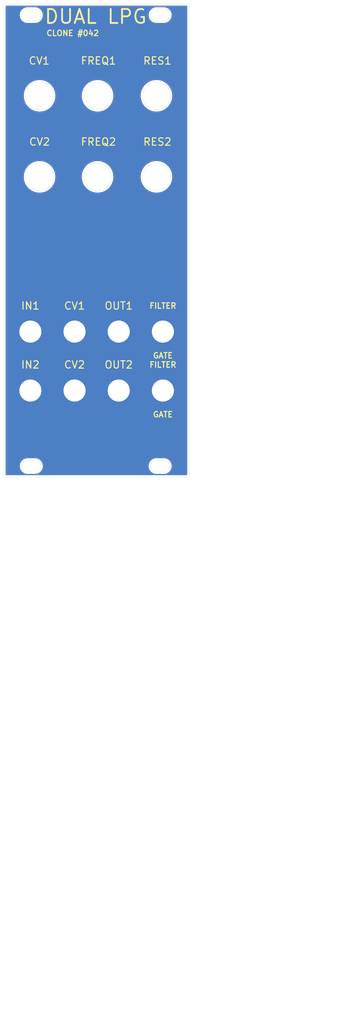
<source format=kicad_pcb>
(kicad_pcb (version 20171130) (host pcbnew "(5.1.5-0)")

  (general
    (thickness 1.6)
    (drawings 147)
    (tracks 0)
    (zones 0)
    (modules 9)
    (nets 2)
  )

  (page A4)
  (layers
    (0 F.Cu signal)
    (31 B.Cu signal)
    (32 B.Adhes user)
    (33 F.Adhes user)
    (34 B.Paste user)
    (35 F.Paste user)
    (36 B.SilkS user)
    (37 F.SilkS user)
    (38 B.Mask user)
    (39 F.Mask user)
    (40 Dwgs.User user)
    (41 Cmts.User user)
    (42 Eco1.User user)
    (43 Eco2.User user)
    (44 Edge.Cuts user)
    (45 Margin user)
    (46 B.CrtYd user)
    (47 F.CrtYd user)
    (48 B.Fab user)
    (49 F.Fab user)
  )

  (setup
    (last_trace_width 0.25)
    (trace_clearance 0.2)
    (zone_clearance 0.508)
    (zone_45_only no)
    (trace_min 0.2)
    (via_size 0.8)
    (via_drill 0.4)
    (via_min_size 0.4)
    (via_min_drill 0.3)
    (uvia_size 0.3)
    (uvia_drill 0.1)
    (uvias_allowed no)
    (uvia_min_size 0.2)
    (uvia_min_drill 0.1)
    (edge_width 0.05)
    (segment_width 0.2)
    (pcb_text_width 0.3)
    (pcb_text_size 1.5 1.5)
    (mod_edge_width 0.12)
    (mod_text_size 1 1)
    (mod_text_width 0.15)
    (pad_size 1.524 1.524)
    (pad_drill 0.762)
    (pad_to_mask_clearance 0.051)
    (solder_mask_min_width 0.25)
    (aux_axis_origin 0 0)
    (visible_elements FFFFFF7F)
    (pcbplotparams
      (layerselection 0x010fc_ffffffff)
      (usegerberextensions false)
      (usegerberattributes false)
      (usegerberadvancedattributes false)
      (creategerberjobfile false)
      (excludeedgelayer true)
      (linewidth 0.100000)
      (plotframeref false)
      (viasonmask false)
      (mode 1)
      (useauxorigin false)
      (hpglpennumber 1)
      (hpglpenspeed 20)
      (hpglpendiameter 15.000000)
      (psnegative false)
      (psa4output false)
      (plotreference true)
      (plotvalue true)
      (plotinvisibletext false)
      (padsonsilk false)
      (subtractmaskfromsilk false)
      (outputformat 1)
      (mirror false)
      (drillshape 0)
      (scaleselection 1)
      (outputdirectory "Gerbs/"))
  )

  (net 0 "")
  (net 1 GND)

  (net_class Default "This is the default net class."
    (clearance 0.2)
    (trace_width 0.25)
    (via_dia 0.8)
    (via_drill 0.4)
    (uvia_dia 0.3)
    (uvia_drill 0.1)
    (add_net GND)
  )

  (module "custom footprints:nlclogoxsmall" (layer F.Cu) (tedit 5FF7F428) (tstamp 5FF86B81)
    (at 125 21.25)
    (fp_text reference REF** (at 0.25 2.325) (layer F.SilkS) hide
      (effects (font (size 1 1) (thickness 0.15)))
    )
    (fp_text value nlclogoxsmall (at -0.2 4.75) (layer F.Fab)
      (effects (font (size 1 1) (thickness 0.15)))
    )
    (fp_line (start -5.35 0.725) (end -7.025 2.8) (layer F.Mask) (width 0.3))
    (fp_line (start -7.4 -0.7) (end -5.35 0.725) (layer F.Mask) (width 0.3))
    (fp_line (start -5.625 -2.9) (end -7.4 -0.7) (layer F.Mask) (width 0.3))
    (fp_circle (center -6.25 0) (end -3.25 0) (layer F.Mask) (width 0.3))
    (fp_circle (center -6.275 0.025) (end -3.108772 0.025) (layer F.Mask) (width 0.3))
    (fp_curve (pts (xy -6.350128 0.083982) (xy -7.000121 -0.352587) (xy -7.374288 -0.615955) (xy -7.388338 -0.64679)) (layer F.Mask) (width 0.0008))
    (fp_curve (pts (xy -5.34068 0.780773) (xy -5.336942 0.772949) (xy -5.791194 0.459392) (xy -6.350128 0.083982)) (layer F.Mask) (width 0.0008))
    (fp_curve (pts (xy -6.158504 1.779998) (xy -5.712439 1.238249) (xy -5.344418 0.788598) (xy -5.34068 0.780773)) (layer F.Mask) (width 0.0008))
    (fp_line (start 1.45066 0.185001) (end -0.804979 0.185001) (layer F.Mask) (width 0.3))
    (fp_curve (pts (xy -8.431133 2.266906) (xy -8.917478 1.79709) (xy -9.197053 1.292384) (xy -9.34825 0.611274)) (layer F.Mask) (width 0.0008))
    (fp_curve (pts (xy -9.242901 -0.998286) (xy -8.936495 -1.937376) (xy -8.159532 -2.710715) (xy -7.229352 -3.002447)) (layer F.Mask) (width 0.0008))
    (fp_curve (pts (xy -6.562887 3.124661) (xy -6.968479 3.082271) (xy -7.319011 2.978828) (xy -7.683911 2.793842)) (layer F.Mask) (width 0.0008))
    (fp_curve (pts (xy -9.34825 0.611274) (xy -9.385209 0.444779) (xy -9.39182 0.352793) (xy -9.391823 0.005)) (layer F.Mask) (width 0.0008))
    (fp_line (start 4.864564 1.827938) (end 4.864575 1.827934) (layer F.Mask) (width 0.0008))
    (fp_curve (pts (xy 8.797457 1.243669) (xy 8.751551 1.492811) (xy 8.584562 1.701542) (xy 8.365612 1.783461)) (layer F.Mask) (width 0.3))
    (fp_curve (pts (xy 8.787888 1.041594) (xy 8.817328 1.103636) (xy 8.818543 1.129259) (xy 8.797457 1.243669)) (layer F.Mask) (width 0.3))
    (fp_curve (pts (xy 8.474561 0.983461) (xy 8.573384 0.884636) (xy 8.726925 0.913123) (xy 8.787888 1.041594)) (layer F.Mask) (width 0.3))
    (fp_curve (pts (xy 8.416099 1.110315) (xy 8.416099 1.06139) (xy 8.43274 1.025282) (xy 8.474561 0.983461)) (layer F.Mask) (width 0.3))
    (fp_curve (pts (xy 8.255912 1.387892) (xy 8.337951 1.343895) (xy 8.416099 1.208476) (xy 8.416099 1.110315)) (layer F.Mask) (width 0.3))
    (fp_curve (pts (xy 7.600418 1.424999) (xy 8.13329 1.424999) (xy 8.193029 1.42162) (xy 8.255912 1.387892)) (layer F.Mask) (width 0.3))
    (fp_curve (pts (xy 6.853031 1.290484) (xy 6.935525 1.42317) (xy 6.945686 1.424999) (xy 7.600418 1.424999)) (layer F.Mask) (width 0.3))
    (fp_line (start 6.989252 -1.214999) (end 6.90407 -1.126099) (layer F.Mask) (width 0.0008))
    (fp_line (start 7.589721 -1.214999) (end 6.989252 -1.214999) (layer F.Mask) (width 0.3))
    (fp_curve (pts (xy 6.806395 -0.951099) (xy 6.799524 -0.903743) (xy 6.796644 -0.396999) (xy 6.8 0.175)) (layer F.Mask) (width 0.3))
    (fp_curve (pts (xy 6.90407 -1.126099) (xy 6.840257 -1.0595) (xy 6.815755 -1.0156) (xy 6.806395 -0.951099)) (layer F.Mask) (width 0.3))
    (fp_line (start 6.406109 -1.064998) (end 6.469597 -1.199012) (layer F.Mask) (width 0.3))
    (fp_line (start 6.400315 0.062166) (end 6.406109 -1.064998) (layer F.Mask) (width 0.3))
    (fp_curve (pts (xy 8.25631 -1.169998) (xy 8.191369 -1.214198) (xy 8.179507 -1.214999) (xy 7.589721 -1.214999)) (layer F.Mask) (width 0.3))
    (fp_curve (pts (xy 8.408223 -0.944529) (xy 8.395258 -1.037666) (xy 8.348261 -1.107418) (xy 8.25631 -1.169998)) (layer F.Mask) (width 0.3))
    (fp_curve (pts (xy 8.519406 -0.743292) (xy 8.455467 -0.776358) (xy 8.42361 -0.834017) (xy 8.408223 -0.944529)) (layer F.Mask) (width 0.3))
    (fp_curve (pts (xy 8.740792 -0.773451) (xy 8.668923 -0.709135) (xy 8.602863 -0.700136) (xy 8.519406 -0.743292)) (layer F.Mask) (width 0.3))
    (fp_curve (pts (xy 8.804293 -0.95845) (xy 8.805994 -0.839805) (xy 8.802026 -0.828251) (xy 8.740792 -0.773451)) (layer F.Mask) (width 0.3))
    (fp_curve (pts (xy 8.411334 -1.551288) (xy 8.629438 -1.44476) (xy 8.801034 -1.185882) (xy 8.804293 -0.95845)) (layer F.Mask) (width 0.3))
    (fp_curve (pts (xy 7.499276 -1.631751) (xy 8.096171 -1.639246) (xy 8.261026 -1.624699) (xy 8.411334 -1.551288)) (layer F.Mask) (width 0.3))
    (fp_curve (pts (xy 6.832179 -1.571498) (xy 6.945583 -1.624559) (xy 6.948662 -1.624838) (xy 7.499276 -1.631751)) (layer F.Mask) (width 0.3))
    (fp_curve (pts (xy 6.469597 -1.199012) (xy 6.547547 -1.363554) (xy 6.681195 -1.500854) (xy 6.832179 -1.571498)) (layer F.Mask) (width 0.3))
    (fp_line (start 5.116105 1.424999) (end 5.786105 1.424999) (layer F.Mask) (width 0.3))
    (fp_line (start 5.116105 -0.034684) (end 5.116105 1.424999) (layer F.Mask) (width 0.3))
    (fp_line (start 5.116105 -1.494367) (end 5.116105 -0.034684) (layer F.Mask) (width 0.3))
    (fp_line (start 5.059776 -1.55741) (end 5.116105 -1.494367) (layer F.Mask) (width 0.0008))
    (fp_curve (pts (xy 6.425314 1.295242) (xy 6.398885 1.20433) (xy 6.395345 1.029704) (xy 6.400315 0.062166)) (layer F.Mask) (width 0.3))
    (fp_curve (pts (xy 6.456104 1.413077) (xy 6.456104 1.406524) (xy 6.442249 1.353494) (xy 6.425314 1.295242)) (layer F.Mask) (width 0.0008))
    (fp_curve (pts (xy 5.786105 1.424999) (xy 6.154605 1.424999) (xy 6.456104 1.419636) (xy 6.456104 1.413077)) (layer F.Mask) (width 0.3))
    (fp_line (start 4.716105 -1.494367) (end 4.772434 -1.55741) (layer F.Mask) (width 0.3))
    (fp_line (start 4.716105 -0.283017) (end 4.716105 -1.494367) (layer F.Mask) (width 0.3))
    (fp_curve (pts (xy 4.916105 -1.620452) (xy 4.988843 -1.620452) (xy 5.012867 -1.609908) (xy 5.059776 -1.55741)) (layer F.Mask) (width 0.3))
    (fp_curve (pts (xy 4.772434 -1.55741) (xy 4.819344 -1.609911) (xy 4.843368 -1.620452) (xy 4.916105 -1.620452)) (layer F.Mask) (width 0.3))
    (fp_line (start 2.706109 1.702388) (end 2.700054 0.168695) (layer F.Mask) (width 0.3))
    (fp_line (start 2.764851 1.763693) (end 2.706109 1.702388) (layer F.Mask) (width 0.3))
    (fp_curve (pts (xy 4.698018 0.921666) (xy 4.708676 0.925589) (xy 4.716105 0.430752) (xy 4.716105 -0.283017)) (layer F.Mask) (width 0.3))
    (fp_curve (pts (xy 3.885791 -0.285) (xy 4.322567 0.375) (xy 4.688069 0.917999) (xy 4.698018 0.921666)) (layer F.Mask) (width 0.3))
    (fp_curve (pts (xy 3.033564 -1.539998) (xy 3.065513 -1.509748) (xy 3.449015 -0.944999) (xy 3.885791 -0.285)) (layer F.Mask) (width 0.3))
    (fp_curve (pts (xy 2.715536 -1.438925) (xy 2.760139 -1.59205) (xy 2.923692 -1.644029) (xy 3.033564 -1.539998)) (layer F.Mask) (width 0.3))
    (fp_curve (pts (xy 2.700054 0.168695) (xy 2.695893 -0.884664) (xy 2.700735 -1.388151) (xy 2.715536 -1.438925)) (layer F.Mask) (width 0.3))
    (fp_line (start 3.126109 -0.703247) (end 3.116109 0.497819) (layer F.Mask) (width 0.3))
    (fp_line (start 3.942295 0.52885) (end 3.126109 -0.703247) (layer F.Mask) (width 0.3))
    (fp_curve (pts (xy 2.904851 1.824363) (xy 2.839826 1.824816) (xy 2.811858 1.812752) (xy 2.764851 1.763693)) (layer F.Mask) (width 0.3))
    (fp_curve (pts (xy 3.016109 1.799362) (xy 2.999609 1.812762) (xy 2.949543 1.824012) (xy 2.904851 1.824363)) (layer F.Mask) (width 0.3))
    (fp_curve (pts (xy 3.116109 0.497819) (xy 3.105518 1.769228) (xy 3.108999 1.72392) (xy 3.016109 1.799362)) (layer F.Mask) (width 0.3))
    (fp_line (start -6.158513 1.779998) (end -6.158504 1.779998) (layer F.Mask) (width 0.0008))
    (fp_curve (pts (xy 4.792293 1.790907) (xy 4.773696 1.774429) (xy 4.391196 1.206502) (xy 3.942295 0.52885)) (layer F.Mask) (width 0.3))
    (fp_curve (pts (xy 4.864575 1.827934) (xy 4.843418 1.824045) (xy 4.810891 1.807387) (xy 4.792293 1.790907)) (layer F.Mask) (width 0.0008))
    (fp_line (start -5.682896 -2.824997) (end -5.748394 -2.84115) (layer F.Mask) (width 0.0008))
    (fp_line (start -6.52467 -1.804998) (end -5.682896 -2.824997) (layer F.Mask) (width 0.0008))
    (fp_curve (pts (xy -7.001716 2.763746) (xy -6.982778 2.764427) (xy -6.635871 2.359754) (xy -6.158513 1.779998)) (layer F.Mask) (width 0.0008))
    (fp_curve (pts (xy -7.554765 2.553688) (xy -7.345994 2.657119) (xy -7.072511 2.760991) (xy -7.001716 2.763746)) (layer F.Mask) (width 0.0008))
    (fp_curve (pts (xy -8.3245 1.99201) (xy -8.14105 2.186477) (xy -7.81344 2.425535) (xy -7.554765 2.553688)) (layer F.Mask) (width 0.0008))
    (fp_curve (pts (xy -9.058692 0.651357) (xy -8.922302 1.190973) (xy -8.703842 1.589887) (xy -8.3245 1.99201)) (layer F.Mask) (width 0.0008))
    (fp_curve (pts (xy -9.113633 0.015001) (xy -9.113395 0.406039) (xy -9.109606 0.449919) (xy -9.058692 0.651357)) (layer F.Mask) (width 0.0008))
    (fp_curve (pts (xy -9.077306 -0.571307) (xy -9.106373 -0.439172) (xy -9.113837 -0.3187) (xy -9.113633 0.015001)) (layer F.Mask) (width 0.0008))
    (fp_curve (pts (xy -8.320334 -2.006005) (xy -8.712515 -1.59314) (xy -8.952642 -1.138026) (xy -9.077306 -0.571307)) (layer F.Mask) (width 0.0008))
    (fp_curve (pts (xy -6.627183 -2.856505) (xy -7.275907 -2.764695) (xy -7.895104 -2.453661) (xy -8.320334 -2.006005)) (layer F.Mask) (width 0.0008))
    (fp_curve (pts (xy -5.748394 -2.84115) (xy -5.869794 -2.871088) (xy -6.452229 -2.881266) (xy -6.627183 -2.856505)) (layer F.Mask) (width 0.0008))
    (fp_line (start -6.562887 3.124662) (end -6.562887 3.124662) (layer F.Mask) (width 0.0008))
    (fp_curve (pts (xy -7.388378 -0.739999) (xy -7.376314 -0.76475) (xy -6.987645 -1.243998) (xy -6.52467 -1.804998)) (layer F.Mask) (width 0.0008))
    (fp_curve (pts (xy -7.388338 -0.64679) (xy -7.404277 -0.681774) (xy -7.404286 -0.707344) (xy -7.388378 -0.739999)) (layer F.Mask) (width 0.0008))
    (fp_line (start 1.503388 0.132274) (end 1.45066 0.185001) (layer F.Mask) (width 0.0008))
    (fp_curve (pts (xy -4.906782 2.843488) (xy -5.394308 3.073453) (xy -6.026268 3.180746) (xy -6.562887 3.124662)) (layer F.Mask) (width 0.0008))
    (fp_curve (pts (xy -3.468298 1.469175) (xy -3.76531 2.038606) (xy -4.31618 2.564902) (xy -4.906782 2.843488)) (layer F.Mask) (width 0.0008))
    (fp_curve (pts (xy -3.123886 0.296126) (xy -3.123886 0.559005) (xy -3.29172 1.130639) (xy -3.468298 1.469175)) (layer F.Mask) (width 0.3))
    (fp_curve (pts (xy -3.09225 0.197141) (xy -3.114377 0.205634) (xy -3.123886 0.235384) (xy -3.123886 0.296126)) (layer F.Mask) (width 0.0008))
    (fp_curve (pts (xy -0.804979 0.185001) (xy -2.045579 0.185001) (xy -3.074851 0.190466) (xy -3.09225 0.197141)) (layer F.Mask) (width 0.3))
    (fp_line (start 1.459579 -0.164998) (end 1.507844 -0.108883) (layer F.Mask) (width 0.0008))
    (fp_line (start -0.827153 -0.174999) (end 1.459579 -0.164998) (layer F.Mask) (width 0.3))
    (fp_line (start -3.113886 -0.184999) (end -0.827153 -0.174999) (layer F.Mask) (width 0.3))
    (fp_line (start -3.126661 -0.327961) (end -3.113886 -0.184999) (layer F.Mask) (width 0.0008))
    (fp_curve (pts (xy 1.507844 -0.108883) (xy 1.573758 -0.032251) (xy 1.571983 0.063674) (xy 1.503388 0.132274)) (layer F.Mask) (width 0.3))
    (fp_curve (pts (xy -4.039367 -2.249119) (xy -3.523656 -1.728867) (xy -3.188879 -1.024193) (xy -3.126661 -0.327961)) (layer F.Mask) (width 0.3))
    (fp_curve (pts (xy -5.630597 -3.09894) (xy -5.011856 -2.965011) (xy -4.453321 -2.666717) (xy -4.039367 -2.249119)) (layer F.Mask) (width 0.0008))
    (fp_curve (pts (xy -6.243883 -3.142942) (xy -5.896386 -3.142942) (xy -5.802894 -3.136229) (xy -5.630597 -3.09894)) (layer F.Mask) (width 0.0008))
    (fp_curve (pts (xy -7.229352 -3.002447) (xy -6.861088 -3.117945) (xy -6.685753 -3.142942) (xy -6.243883 -3.142942)) (layer F.Mask) (width 0.0008))
    (fp_curve (pts (xy -9.391823 0.005) (xy -9.391825 -0.446385) (xy -9.365828 -0.621533) (xy -9.242901 -0.998286)) (layer F.Mask) (width 0.0008))
    (fp_curve (pts (xy -7.683911 2.793842) (xy -7.974639 2.646459) (xy -8.210152 2.480376) (xy -8.431133 2.266906)) (layer F.Mask) (width 0.0008))
    (fp_curve (pts (xy 6.580047 1.829536) (xy 5.657688 1.832541) (xy 4.885721 1.831816) (xy 4.864564 1.827938)) (layer F.Mask) (width 0.3))
    (fp_curve (pts (xy 8.365612 1.783461) (xy 8.260146 1.822922) (xy 8.209457 1.82423) (xy 6.580047 1.829536)) (layer F.Mask) (width 0.3))
    (fp_line (start 6.8061 1.214999) (end 6.853031 1.290484) (layer F.Mask) (width 0.0008))
    (fp_line (start 6.8 0.175) (end 6.8061 1.214999) (layer F.Mask) (width 0.3))
  )

  (module "custom footprints:6mm_mounting_hole_thonkiconn" (layer F.Cu) (tedit 5FF4E2DD) (tstamp 5FF57B2C)
    (at 143.25 5)
    (descr "Through hole straight socket strip, 1x01, 2.54mm pitch, single row (from Kicad 4.0.7), script generated")
    (tags "Through hole socket strip THT 1x01 2.54mm single row")
    (path /608AC9A1)
    (fp_text reference TP1 (at 0 -2.77) (layer F.SilkS) hide
      (effects (font (size 1 1) (thickness 0.15)))
    )
    (fp_text value TestPoint (at 0 2.77) (layer F.Fab)
      (effects (font (size 1 1) (thickness 0.15)))
    )
    (pad 1 thru_hole circle (at 0 0) (size 6.1 6.1) (drill 6) (layers *.Cu *.Mask)
      (net 1 GND))
    (model ${KISYS3DMOD}/Connector_PinSocket_2.54mm.3dshapes/PinSocket_1x01_P2.54mm_Vertical.wrl
      (at (xyz 0 0 0))
      (scale (xyz 1 1 1))
      (rotate (xyz 0 0 0))
    )
  )

  (module "custom footprints:6mm_mounting_hole_thonkiconn" (layer F.Cu) (tedit 5FF4E2DD) (tstamp 5FF57B24)
    (at 131.25 5)
    (descr "Through hole straight socket strip, 1x01, 2.54mm pitch, single row (from Kicad 4.0.7), script generated")
    (tags "Through hole socket strip THT 1x01 2.54mm single row")
    (path /608AC9A1)
    (fp_text reference TP1 (at 0 -2.77) (layer F.SilkS) hide
      (effects (font (size 1 1) (thickness 0.15)))
    )
    (fp_text value TestPoint (at 0 2.77) (layer F.Fab)
      (effects (font (size 1 1) (thickness 0.15)))
    )
    (pad 1 thru_hole circle (at 0 0) (size 6.1 6.1) (drill 6) (layers *.Cu *.Mask)
      (net 1 GND))
    (model ${KISYS3DMOD}/Connector_PinSocket_2.54mm.3dshapes/PinSocket_1x01_P2.54mm_Vertical.wrl
      (at (xyz 0 0 0))
      (scale (xyz 1 1 1))
      (rotate (xyz 0 0 0))
    )
  )

  (module "custom footprints:6mm_mounting_hole_thonkiconn" (layer F.Cu) (tedit 5FF4E2DD) (tstamp 5FF57B1C)
    (at 119.25 5)
    (descr "Through hole straight socket strip, 1x01, 2.54mm pitch, single row (from Kicad 4.0.7), script generated")
    (tags "Through hole socket strip THT 1x01 2.54mm single row")
    (path /608AC9A1)
    (fp_text reference TP1 (at 0 -2.77) (layer F.SilkS) hide
      (effects (font (size 1 1) (thickness 0.15)))
    )
    (fp_text value TestPoint (at 0 2.77) (layer F.Fab)
      (effects (font (size 1 1) (thickness 0.15)))
    )
    (pad 1 thru_hole circle (at 0 0) (size 6.1 6.1) (drill 6) (layers *.Cu *.Mask)
      (net 1 GND))
    (model ${KISYS3DMOD}/Connector_PinSocket_2.54mm.3dshapes/PinSocket_1x01_P2.54mm_Vertical.wrl
      (at (xyz 0 0 0))
      (scale (xyz 1 1 1))
      (rotate (xyz 0 0 0))
    )
  )

  (module "custom footprints:6mm_mounting_hole_thonkiconn" (layer F.Cu) (tedit 5FF4E2DD) (tstamp 5FF57B0C)
    (at 107.25 5)
    (descr "Through hole straight socket strip, 1x01, 2.54mm pitch, single row (from Kicad 4.0.7), script generated")
    (tags "Through hole socket strip THT 1x01 2.54mm single row")
    (path /608AC9A1)
    (fp_text reference TP1 (at 0 -2.77) (layer F.SilkS) hide
      (effects (font (size 1 1) (thickness 0.15)))
    )
    (fp_text value TestPoint (at 0 2.77) (layer F.Fab)
      (effects (font (size 1 1) (thickness 0.15)))
    )
    (pad 1 thru_hole circle (at 0 0) (size 6.1 6.1) (drill 6) (layers *.Cu *.Mask)
      (net 1 GND))
    (model ${KISYS3DMOD}/Connector_PinSocket_2.54mm.3dshapes/PinSocket_1x01_P2.54mm_Vertical.wrl
      (at (xyz 0 0 0))
      (scale (xyz 1 1 1))
      (rotate (xyz 0 0 0))
    )
  )

  (module "custom footprints:6mm_mounting_hole_thonkiconn" (layer F.Cu) (tedit 5FF4E2DD) (tstamp 5FF57B02)
    (at 107.25 -11)
    (descr "Through hole straight socket strip, 1x01, 2.54mm pitch, single row (from Kicad 4.0.7), script generated")
    (tags "Through hole socket strip THT 1x01 2.54mm single row")
    (path /608AC9A1)
    (fp_text reference TP1 (at 0 -2.77) (layer F.SilkS) hide
      (effects (font (size 1 1) (thickness 0.15)))
    )
    (fp_text value TestPoint (at 0 2.77) (layer F.Fab)
      (effects (font (size 1 1) (thickness 0.15)))
    )
    (pad 1 thru_hole circle (at 0 0) (size 6.1 6.1) (drill 6) (layers *.Cu *.Mask)
      (net 1 GND))
    (model ${KISYS3DMOD}/Connector_PinSocket_2.54mm.3dshapes/PinSocket_1x01_P2.54mm_Vertical.wrl
      (at (xyz 0 0 0))
      (scale (xyz 1 1 1))
      (rotate (xyz 0 0 0))
    )
  )

  (module "custom footprints:6mm_mounting_hole_thonkiconn" (layer F.Cu) (tedit 5FF4E2DD) (tstamp 5FF57AFA)
    (at 119.25 -11)
    (descr "Through hole straight socket strip, 1x01, 2.54mm pitch, single row (from Kicad 4.0.7), script generated")
    (tags "Through hole socket strip THT 1x01 2.54mm single row")
    (path /608AC9A1)
    (fp_text reference TP1 (at 0 -2.77) (layer F.SilkS) hide
      (effects (font (size 1 1) (thickness 0.15)))
    )
    (fp_text value TestPoint (at 0 2.77) (layer F.Fab)
      (effects (font (size 1 1) (thickness 0.15)))
    )
    (pad 1 thru_hole circle (at 0 0) (size 6.1 6.1) (drill 6) (layers *.Cu *.Mask)
      (net 1 GND))
    (model ${KISYS3DMOD}/Connector_PinSocket_2.54mm.3dshapes/PinSocket_1x01_P2.54mm_Vertical.wrl
      (at (xyz 0 0 0))
      (scale (xyz 1 1 1))
      (rotate (xyz 0 0 0))
    )
  )

  (module "custom footprints:6mm_mounting_hole_thonkiconn" (layer F.Cu) (tedit 5FF4E2DD) (tstamp 5FF57AF2)
    (at 131.25 -11)
    (descr "Through hole straight socket strip, 1x01, 2.54mm pitch, single row (from Kicad 4.0.7), script generated")
    (tags "Through hole socket strip THT 1x01 2.54mm single row")
    (path /608AC9A1)
    (fp_text reference TP1 (at 0 -2.77) (layer F.SilkS) hide
      (effects (font (size 1 1) (thickness 0.15)))
    )
    (fp_text value TestPoint (at 0 2.77) (layer F.Fab)
      (effects (font (size 1 1) (thickness 0.15)))
    )
    (pad 1 thru_hole circle (at 0 0) (size 6.1 6.1) (drill 6) (layers *.Cu *.Mask)
      (net 1 GND))
    (model ${KISYS3DMOD}/Connector_PinSocket_2.54mm.3dshapes/PinSocket_1x01_P2.54mm_Vertical.wrl
      (at (xyz 0 0 0))
      (scale (xyz 1 1 1))
      (rotate (xyz 0 0 0))
    )
  )

  (module "custom footprints:6mm_mounting_hole_thonkiconn" (layer F.Cu) (tedit 5FF4E2DD) (tstamp 5FF57ADD)
    (at 143.25 -11)
    (descr "Through hole straight socket strip, 1x01, 2.54mm pitch, single row (from Kicad 4.0.7), script generated")
    (tags "Through hole socket strip THT 1x01 2.54mm single row")
    (path /608AC9A1)
    (fp_text reference TP1 (at 0 -2.77) (layer F.SilkS) hide
      (effects (font (size 1 1) (thickness 0.15)))
    )
    (fp_text value TestPoint (at 0 2.77) (layer F.Fab)
      (effects (font (size 1 1) (thickness 0.15)))
    )
    (pad 1 thru_hole circle (at 0 0) (size 6.1 6.1) (drill 6) (layers *.Cu *.Mask)
      (net 1 GND))
    (model ${KISYS3DMOD}/Connector_PinSocket_2.54mm.3dshapes/PinSocket_1x01_P2.54mm_Vertical.wrl
      (at (xyz 0 0 0))
      (scale (xyz 1 1 1))
      (rotate (xyz 0 0 0))
    )
  )

  (gr_text "repanel by jack s. 2021" (at 135.75 20.75) (layer B.Mask)
    (effects (font (size 1 1) (thickness 0.15)) (justify mirror))
  )
  (gr_circle (center 143.25 5) (end 146.8 5) (layer B.Mask) (width 1) (tstamp 5FF44ED2))
  (gr_circle (center 143.25 -11) (end 146.8 -11) (layer B.Mask) (width 1) (tstamp 5FF44ED0))
  (gr_circle (center 131.25 -11) (end 134.8 -11) (layer B.Mask) (width 1) (tstamp 5FF44ECE))
  (gr_circle (center 131.2 5) (end 134.75 5) (layer B.Mask) (width 1) (tstamp 5FF44ECC))
  (gr_circle (center 119.25 4.95) (end 122.8 4.95) (layer B.Mask) (width 1) (tstamp 5FF44ECA))
  (gr_circle (center 119.25 -11) (end 122.8 -11) (layer B.Mask) (width 1) (tstamp 5FF44EC6))
  (gr_circle (center 107.45 -11) (end 111 -11) (layer B.Mask) (width 1) (tstamp 5FF44EC3))
  (gr_circle (center 107.2 5) (end 110.75 5) (layer B.Mask) (width 1) (tstamp 5FF44EC1))
  (gr_line (start 145.25 5) (end 105.25 5) (layer F.Mask) (width 1) (tstamp 5FF44E5B))
  (gr_line (start 145.25 -11) (end 105.25 -11) (layer F.Mask) (width 1) (tstamp 5FF44E4B))
  (gr_arc (start 143.5 -96.9) (end 143.5 -95.3) (angle -180) (layer Edge.Cuts) (width 0.05) (tstamp 5FF44E12))
  (gr_arc (start 141.5 -96.9) (end 141.5 -98.5) (angle -180) (layer Edge.Cuts) (width 0.05) (tstamp 5FF44E11))
  (gr_line (start 143.5 -95.3) (end 141.5 -95.3) (layer Edge.Cuts) (width 0.05) (tstamp 5FF44E10))
  (gr_line (start 143.5 -98.5) (end 141.5 -98.5) (layer Edge.Cuts) (width 0.05) (tstamp 5FF44E0F))
  (gr_arc (start 141.5 25.5) (end 141.5 23.9) (angle -180) (layer Edge.Cuts) (width 0.05) (tstamp 5FF44E02))
  (gr_line (start 143.5 23.9) (end 141.5 23.9) (layer Edge.Cuts) (width 0.05) (tstamp 5FF44E01))
  (gr_arc (start 143.5 25.5) (end 143.5 27.1) (angle -180) (layer Edge.Cuts) (width 0.05) (tstamp 5FF44E00))
  (gr_line (start 143.5 27.1) (end 141.5 27.1) (layer Edge.Cuts) (width 0.05) (tstamp 5FF44DFF))
  (gr_arc (start 108.5 25.5) (end 108.5 27.1) (angle -180) (layer Edge.Cuts) (width 0.05) (tstamp 5FF44DD1))
  (gr_arc (start 106.5 25.5) (end 106.5 23.9) (angle -180) (layer Edge.Cuts) (width 0.05) (tstamp 5FF44DD0))
  (gr_line (start 108.5 23.9) (end 106.5 23.9) (layer Edge.Cuts) (width 0.05) (tstamp 5FF44DCF))
  (gr_line (start 108.5 27.1) (end 106.5 27.1) (layer Edge.Cuts) (width 0.05) (tstamp 5FF44DCE))
  (gr_line (start 108.5 -95.3) (end 106.5 -95.3) (layer Edge.Cuts) (width 0.05) (tstamp 5FF44DC9))
  (gr_line (start 108.5 -98.5) (end 106.5 -98.5) (layer Edge.Cuts) (width 0.05) (tstamp 5FF44DC8))
  (gr_arc (start 108.5 -96.9) (end 108.5 -95.3) (angle -180) (layer Edge.Cuts) (width 0.05) (tstamp 5FF44DC4))
  (gr_arc (start 106.5 -96.9) (end 106.5 -98.5) (angle -180) (layer Edge.Cuts) (width 0.05))
  (gr_text "CLONE #042" (at 118.75 -92) (layer F.SilkS) (tstamp 5FF4493E)
    (effects (font (size 1.5 1.5) (thickness 0.3)))
  )
  (gr_text "DUAL LPG" (at 125 -96.5) (layer F.SilkS) (tstamp 5FF4493B)
    (effects (font (size 3.8 3.8) (thickness 0.5)))
  )
  (gr_text FREQ1 (at 125.75 -84.5) (layer F.SilkS) (tstamp 5FF44938)
    (effects (font (size 2 2) (thickness 0.3)))
  )
  (gr_text CV1 (at 109.65 -84.5) (layer F.SilkS) (tstamp 5FF44933)
    (effects (font (size 2 2) (thickness 0.3)))
  )
  (gr_text RES1 (at 141.75 -84.5) (layer F.SilkS) (tstamp 5FF44930)
    (effects (font (size 2 2) (thickness 0.3)))
  )
  (gr_text RES2 (at 141.75 -62.5) (layer F.SilkS) (tstamp 5FF4492D)
    (effects (font (size 2 2) (thickness 0.3)))
  )
  (gr_text FREQ2 (at 125.75 -62.5) (layer F.SilkS) (tstamp 5FF4492A)
    (effects (font (size 2 2) (thickness 0.3)))
  )
  (gr_text CV2 (at 109.75 -62.5) (layer F.SilkS) (tstamp 5FF44927)
    (effects (font (size 2 2) (thickness 0.3)))
  )
  (gr_text IN2 (at 107.25 -2) (layer F.SilkS) (tstamp 5FF44924)
    (effects (font (size 2 2) (thickness 0.3)))
  )
  (gr_text CV2 (at 119.25 -2) (layer F.SilkS) (tstamp 5FF44921)
    (effects (font (size 2 2) (thickness 0.3)))
  )
  (gr_text OUT2 (at 131.25 -2) (layer F.SilkS) (tstamp 5FF4491E)
    (effects (font (size 2 2) (thickness 0.3)))
  )
  (gr_text FILTER (at 143.25 -2) (layer F.SilkS) (tstamp 5FF4491B)
    (effects (font (size 1.5 1.5) (thickness 0.3)))
  )
  (gr_text GATE (at 143.25 11.5) (layer F.SilkS) (tstamp 5FF44919)
    (effects (font (size 1.5 1.5) (thickness 0.3)))
  )
  (gr_text GATE (at 143.25 -4.5) (layer F.SilkS) (tstamp 5FF44916)
    (effects (font (size 1.5 1.5) (thickness 0.3)))
  )
  (gr_text FILTER (at 143.25 -18) (layer F.SilkS) (tstamp 5FF44913)
    (effects (font (size 1.5 1.5) (thickness 0.3)))
  )
  (gr_text OUT1 (at 131.25 -18) (layer F.SilkS) (tstamp 5FF44910)
    (effects (font (size 2 2) (thickness 0.3)))
  )
  (gr_text CV1 (at 119.25 -18) (layer F.SilkS) (tstamp 5FF4490D)
    (effects (font (size 2 2) (thickness 0.3)))
  )
  (gr_text IN1 (at 107.25 -18) (layer F.SilkS)
    (effects (font (size 2 2) (thickness 0.3)))
  )
  (gr_circle (center 109.75 -75) (end 113.5 -75) (layer Edge.Cuts) (width 0.05) (tstamp 5FF44905))
  (gr_circle (center 125.5 -75) (end 129.25 -75) (layer Edge.Cuts) (width 0.05) (tstamp 5FF44903))
  (gr_circle (center 141.5 -75) (end 145.25 -75) (layer Edge.Cuts) (width 0.05) (tstamp 5FF44901))
  (gr_circle (center 141.5 -53) (end 145.25 -53) (layer Edge.Cuts) (width 0.05) (tstamp 5FF448FF))
  (gr_circle (center 125.5 -53) (end 129.25 -53) (layer Edge.Cuts) (width 0.05) (tstamp 5FF448FD))
  (gr_circle (center 109.75 -53) (end 113.5 -53) (layer Edge.Cuts) (width 0.05) (tstamp 5FF448FB))
  (gr_line (start 100 28.5) (end 100 -100) (layer Edge.Cuts) (width 0.05) (tstamp 5FF41710))
  (gr_line (start 150.4 28.5) (end 100 28.5) (layer Edge.Cuts) (width 0.05))
  (gr_line (start 150.4 -100) (end 150.4 28.5) (layer Edge.Cuts) (width 0.05))
  (gr_line (start 100 -100) (end 150.4 -100) (layer Edge.Cuts) (width 0.05))
  (gr_curve (pts (xy 172.41064 173.013756) (xy 172.410637 172.449525) (xy 172.443133 172.23059) (xy 172.596792 171.759649)) (layer Dwgs.User) (width 0.0075))
  (gr_curve (pts (xy 179.10121 170.196108) (xy 179.745849 170.846422) (xy 180.164319 171.727265) (xy 180.242092 172.597555)) (layer Dwgs.User) (width 0.5))
  (gr_curve (pts (xy 177.112172 169.133831) (xy 177.885599 169.301242) (xy 178.583768 169.67411) (xy 179.10121 170.196108)) (layer Dwgs.User) (width 0.0075))
  (gr_curve (pts (xy 176.345564 169.078829) (xy 176.779935 169.078829) (xy 176.896801 169.08722) (xy 177.112172 169.133831)) (layer Dwgs.User) (width 0.0075))
  (gr_curve (pts (xy 175.113729 169.254448) (xy 175.574058 169.110075) (xy 175.793227 169.078829) (xy 176.345564 169.078829)) (layer Dwgs.User) (width 0.0075))
  (gr_curve (pts (xy 178.016941 176.561867) (xy 177.407534 176.849322) (xy 176.617584 176.983439) (xy 175.94681 176.913334)) (layer Dwgs.User) (width 0.0075))
  (gr_curve (pts (xy 179.815046 174.843975) (xy 179.443781 175.555764) (xy 178.755194 176.213633) (xy 178.016941 176.561867)) (layer Dwgs.User) (width 0.0075))
  (gr_curve (pts (xy 180.245561 173.377664) (xy 180.245561 173.706262) (xy 180.035769 174.420805) (xy 179.815046 174.843975)) (layer Dwgs.User) (width 0.0075))
  (gr_curve (pts (xy 180.285106 173.253933) (xy 180.257447 173.264548) (xy 180.245561 173.301736) (xy 180.245561 173.377664)) (layer Dwgs.User) (width 0.0075))
  (gr_curve (pts (xy 172.465106 173.771598) (xy 172.418907 173.56348) (xy 172.410643 173.448497) (xy 172.41064 173.013756)) (layer Dwgs.User) (width 0.0075))
  (gr_curve (pts (xy 192.716708 174.620611) (xy 192.819825 174.786469) (xy 192.832526 174.788755) (xy 193.650941 174.788755)) (layer Dwgs.User) (width 0.0075))
  (gr_line (start 192.886983 171.488758) (end 192.780506 171.599883) (layer Dwgs.User) (width 0.0075))
  (gr_line (start 193.63757 171.488758) (end 192.886983 171.488758) (layer Dwgs.User) (width 0.0075))
  (gr_line (start 190.231124 175.292428) (end 190.231137 175.292424) (layer Dwgs.User) (width 0.0075))
  (gr_line (start 192.658043 174.526255) (end 192.716708 174.620611) (layer Dwgs.User) (width 0.0075))
  (gr_line (start 192.650418 173.226257) (end 192.658043 174.526255) (layer Dwgs.User) (width 0.0075))
  (gr_curve (pts (xy 192.375478 175.294427) (xy 191.222529 175.298183) (xy 190.25757 175.297276) (xy 190.231124 175.292428)) (layer Dwgs.User) (width 0.0075))
  (gr_curve (pts (xy 194.607433 175.236832) (xy 194.475601 175.286158) (xy 194.41224 175.287794) (xy 192.375478 175.294427)) (layer Dwgs.User) (width 0.0075))
  (gr_curve (pts (xy 195.14724 174.562092) (xy 195.089857 174.87352) (xy 194.881121 175.134434) (xy 194.607433 175.236832)) (layer Dwgs.User) (width 0.0075))
  (gr_curve (pts (xy 195.135278 174.309499) (xy 195.172079 174.387052) (xy 195.173597 174.41908) (xy 195.14724 174.562092)) (layer Dwgs.User) (width 0.0075))
  (gr_curve (pts (xy 194.743619 174.236833) (xy 194.867149 174.113302) (xy 195.059074 174.14891) (xy 195.135278 174.309499)) (layer Dwgs.User) (width 0.0075))
  (gr_curve (pts (xy 194.670542 174.3954) (xy 194.670542 174.334244) (xy 194.691343 174.289109) (xy 194.743619 174.236833)) (layer Dwgs.User) (width 0.0075))
  (gr_curve (pts (xy 194.470309 174.742371) (xy 194.572858 174.687375) (xy 194.670542 174.518101) (xy 194.670542 174.3954)) (layer Dwgs.User) (width 0.0075))
  (gr_curve (pts (xy 193.650941 174.788755) (xy 194.317031 174.788755) (xy 194.391704 174.784531) (xy 194.470309 174.742371)) (layer Dwgs.User) (width 0.0075))
  (gr_line (start 190.54555 172.964151) (end 190.54555 174.788755) (layer Dwgs.User) (width 0.0075))
  (gr_line (start 190.54555 171.139547) (end 190.54555 172.964151) (layer Dwgs.User) (width 0.0075))
  (gr_line (start 190.475138 171.060744) (end 190.54555 171.139547) (layer Dwgs.User) (width 0.0075))
  (gr_curve (pts (xy 192.182061 174.626559) (xy 192.149025 174.512918) (xy 192.1446 174.294637) (xy 192.150812 173.085213)) (layer Dwgs.User) (width 0.0075))
  (gr_curve (pts (xy 192.220549 174.773853) (xy 192.220549 174.765661) (xy 192.203229 174.699374) (xy 192.182061 174.626559)) (layer Dwgs.User) (width 0.0075))
  (gr_curve (pts (xy 191.383049 174.788755) (xy 191.843674 174.788755) (xy 192.220549 174.782051) (xy 192.220549 174.773853)) (layer Dwgs.User) (width 0.0075))
  (gr_line (start 190.04555 171.139547) (end 190.115961 171.060744) (layer Dwgs.User) (width 0.0075))
  (gr_line (start 190.04555 172.653735) (end 190.04555 171.139547) (layer Dwgs.User) (width 0.0075))
  (gr_curve (pts (xy 172.596792 171.759649) (xy 172.9798 170.585786) (xy 173.951003 169.619112) (xy 175.113729 169.254448)) (layer Dwgs.User) (width 0.0075))
  (gr_curve (pts (xy 192.658412 171.818632) (xy 192.649823 171.877827) (xy 192.646223 172.511258) (xy 192.650418 173.226257)) (layer Dwgs.User) (width 0.0075))
  (gr_curve (pts (xy 192.780506 171.599883) (xy 192.70074 171.683131) (xy 192.670112 171.738007) (xy 192.658412 171.818632)) (layer Dwgs.User) (width 0.0075))
  (gr_line (start 192.158055 171.676258) (end 192.237415 171.508741) (layer Dwgs.User) (width 0.0075))
  (gr_line (start 192.150812 173.085213) (end 192.158055 171.676258) (layer Dwgs.User) (width 0.0075))
  (gr_curve (pts (xy 194.470806 171.545008) (xy 194.389629 171.489758) (xy 194.374803 171.488758) (xy 193.63757 171.488758)) (layer Dwgs.User) (width 0.0075))
  (gr_curve (pts (xy 194.660698 171.826844) (xy 194.644491 171.710424) (xy 194.585744 171.623233) (xy 194.470806 171.545008)) (layer Dwgs.User) (width 0.0075))
  (gr_curve (pts (xy 194.799676 172.078391) (xy 194.719752 172.037059) (xy 194.679931 171.964985) (xy 194.660698 171.826844)) (layer Dwgs.User) (width 0.0075))
  (gr_curve (pts (xy 195.076408 172.040693) (xy 194.986573 172.121087) (xy 194.903997 172.132337) (xy 194.799676 172.078391)) (layer Dwgs.User) (width 0.0075))
  (gr_curve (pts (xy 195.155785 171.809444) (xy 195.157911 171.95775) (xy 195.15295 171.972192) (xy 195.076408 172.040693)) (layer Dwgs.User) (width 0.0075))
  (gr_curve (pts (xy 194.664585 171.068396) (xy 194.937216 171.201556) (xy 195.15171 171.525153) (xy 195.155785 171.809444)) (layer Dwgs.User) (width 0.0075))
  (gr_curve (pts (xy 193.524513 170.967817) (xy 194.270632 170.958448) (xy 194.476701 170.976633) (xy 194.664585 171.068396)) (layer Dwgs.User) (width 0.0075))
  (gr_curve (pts (xy 192.690642 171.043133) (xy 192.832397 170.976807) (xy 192.836246 170.976458) (xy 193.524513 170.967817)) (layer Dwgs.User) (width 0.0075))
  (gr_curve (pts (xy 192.237415 171.508741) (xy 192.334852 171.303063) (xy 192.501913 171.131438) (xy 192.690642 171.043133)) (layer Dwgs.User) (width 0.0075))
  (gr_line (start 190.54555 174.788755) (end 191.383049 174.788755) (layer Dwgs.User) (width 0.0075))
  (gr_curve (pts (xy 183.144194 173.238757) (xy 181.593445 173.238757) (xy 180.306855 173.245589) (xy 180.285106 173.253933)) (layer Dwgs.User) (width 0.5))
  (gr_line (start 185.974893 172.801259) (end 186.035224 172.871402) (layer Dwgs.User) (width 0.0075))
  (gr_line (start 183.116477 172.788758) (end 185.974893 172.801259) (layer Dwgs.User) (width 0.0075))
  (gr_line (start 180.258061 172.776257) (end 183.116477 172.788758) (layer Dwgs.User) (width 0.5))
  (gr_curve (pts (xy 187.525486 173.218375) (xy 187.520285 171.901676) (xy 187.526337 171.272317) (xy 187.544839 171.20885)) (layer Dwgs.User) (width 0.0075))
  (gr_line (start 188.058055 172.128448) (end 188.045554 173.62978) (layer Dwgs.User) (width 0.0075))
  (gr_line (start 189.078287 173.668569) (end 188.058055 172.128448) (layer Dwgs.User) (width 0.0075))
  (gr_curve (pts (xy 187.781482 175.287959) (xy 187.700201 175.288526) (xy 187.665241 175.273446) (xy 187.606482 175.212123)) (layer Dwgs.User) (width 0.0075))
  (gr_curve (pts (xy 175.94681 176.913333) (xy 175.439819 176.860345) (xy 175.001655 176.731041) (xy 174.54553 176.499809)) (layer Dwgs.User) (width 0.0075))
  (gr_curve (pts (xy 190.02294 174.159589) (xy 190.036263 174.164492) (xy 190.04555 173.545946) (xy 190.04555 172.653735)) (layer Dwgs.User) (width 0.0075))
  (gr_curve (pts (xy 189.007658 172.651256) (xy 189.553627 173.476257) (xy 190.010505 174.155005) (xy 190.02294 174.159589)) (layer Dwgs.User) (width 0.0075))
  (gr_curve (pts (xy 187.942373 171.082508) (xy 187.982309 171.120321) (xy 188.461687 171.826258) (xy 189.007658 172.651256)) (layer Dwgs.User) (width 0.0075))
  (gr_curve (pts (xy 187.544839 171.20885) (xy 187.600592 171.017443) (xy 187.805033 170.95247) (xy 187.942373 171.082508)) (layer Dwgs.User) (width 0.0075))
  (gr_curve (pts (xy 187.920555 175.256709) (xy 187.89993 175.273459) (xy 187.837347 175.287521) (xy 187.781482 175.287959)) (layer Dwgs.User) (width 0.0075))
  (gr_curve (pts (xy 177.474568 173.983472) (xy 177.479241 173.973693) (xy 176.911426 173.581747) (xy 176.212758 173.112484)) (layer Dwgs.User) (width 0.0075))
  (gr_curve (pts (xy 176.452288 175.232504) (xy 177.00987 174.555318) (xy 177.469896 173.993253) (xy 177.474568 173.983472)) (layer Dwgs.User) (width 0.0075))
  (gr_line (start 185.963744 173.238757) (end 183.144194 173.238757) (layer Dwgs.User) (width 0.0075))
  (gr_line (start 186.029654 173.172849) (end 185.963744 173.238757) (layer Dwgs.User) (width 0.0075))
  (gr_curve (pts (xy 190.29555 170.981941) (xy 190.386472 170.981941) (xy 190.416502 170.995122) (xy 190.475138 171.060744)) (layer Dwgs.User) (width 0.0075))
  (gr_curve (pts (xy 190.115961 171.060744) (xy 190.174598 170.995117) (xy 190.204628 170.981941) (xy 190.29555 170.981941)) (layer Dwgs.User) (width 0.0075))
  (gr_line (start 187.533055 175.135491) (end 187.525486 173.218375) (layer Dwgs.User) (width 0.0075))
  (gr_line (start 187.606482 175.212123) (end 187.533055 175.135491) (layer Dwgs.User) (width 0.0075))
  (gr_curve (pts (xy 173.611502 175.841139) (xy 173.003571 175.253869) (xy 172.654102 174.622986) (xy 172.465106 173.771598)) (layer Dwgs.User) (width 0.0075))
  (gr_curve (pts (xy 174.54553 176.499809) (xy 174.18212 176.31558) (xy 173.887729 176.107976) (xy 173.611502 175.841139)) (layer Dwgs.User) (width 0.0075))
  (gr_line (start 180.242092 172.597555) (end 180.258061 172.776257) (layer Dwgs.User) (width 0.0075))
  (gr_curve (pts (xy 186.035224 172.871402) (xy 186.117615 172.967193) (xy 186.115397 173.087098) (xy 186.029654 173.172849)) (layer Dwgs.User) (width 0.0075))
  (gr_curve (pts (xy 190.140785 175.24614) (xy 190.117538 175.225542) (xy 189.639413 174.515634) (xy 189.078287 173.668569)) (layer Dwgs.User) (width 0.0075))
  (gr_curve (pts (xy 190.231137 175.292424) (xy 190.204691 175.287563) (xy 190.164032 175.266739) (xy 190.140785 175.24614)) (layer Dwgs.User) (width 0.0075))
  (gr_curve (pts (xy 175.398274 176.462189) (xy 175.421946 176.46304) (xy 175.855579 175.957199) (xy 176.452278 175.232504)) (layer Dwgs.User) (width 0.0075))
  (gr_curve (pts (xy 173.744793 175.497519) (xy 173.974106 175.740602) (xy 174.383618 176.039425) (xy 174.706962 176.199616)) (layer Dwgs.User) (width 0.0075))
  (gr_curve (pts (xy 188.045554 173.62978) (xy 188.032316 175.219041) (xy 188.036668 175.162406) (xy 187.920555 175.256709)) (layer Dwgs.User) (width 0.0075))
  (gr_line (start 176.452278 175.232504) (end 176.452288 175.232504) (layer Dwgs.User) (width 0.0075))
  (gr_curve (pts (xy 174.914996 172.199019) (xy 174.895072 172.155289) (xy 174.895061 172.123327) (xy 174.914946 172.082508)) (layer Dwgs.User) (width 0.0075))
  (gr_curve (pts (xy 176.212758 173.112484) (xy 175.400267 172.566773) (xy 174.932558 172.237563) (xy 174.914996 172.199019)) (layer Dwgs.User) (width 0.0075))
  (gr_curve (pts (xy 175.866439 169.436874) (xy 175.055535 169.551638) (xy 174.281538 169.94043) (xy 173.75 170.5)) (layer Dwgs.User) (width 0.0075))
  (gr_curve (pts (xy 176.964926 169.456069) (xy 176.813175 169.418646) (xy 176.085132 169.405924) (xy 175.866439 169.436874)) (layer Dwgs.User) (width 0.0075))
  (gr_line (start 177.046798 169.47626) (end 176.964926 169.456069) (layer Dwgs.User) (width 0.0075))
  (gr_line (start 175.994581 170.751259) (end 177.046798 169.47626) (layer Dwgs.User) (width 0.0075))
  (gr_curve (pts (xy 174.706962 176.199616) (xy 174.967926 176.328904) (xy 175.30978 176.458745) (xy 175.398274 176.462189)) (layer Dwgs.User) (width 0.0075))
  (gr_line (start 175.94681 176.913334) (end 175.94681 176.913334) (layer Dwgs.User) (width 0.0075))
  (gr_curve (pts (xy 174.914946 172.082508) (xy 174.930026 172.051569) (xy 175.415862 171.452508) (xy 175.994581 170.751259)) (layer Dwgs.User) (width 0.0075))
  (gr_curve (pts (xy 172.827053 173.821702) (xy 172.99754 174.496222) (xy 173.270615 174.994864) (xy 173.744793 175.497519)) (layer Dwgs.User) (width 0.0075))
  (gr_curve (pts (xy 172.758377 173.026257) (xy 172.758674 173.515054) (xy 172.763411 173.569905) (xy 172.827053 173.821702)) (layer Dwgs.User) (width 0.0075))
  (gr_curve (pts (xy 172.803786 172.293373) (xy 172.767453 172.458542) (xy 172.758122 172.609131) (xy 172.758377 173.026257)) (layer Dwgs.User) (width 0.0075))
  (gr_curve (pts (xy 173.75 170.5) (xy 173.259774 171.016081) (xy 172.959616 171.584974) (xy 172.803786 172.293373)) (layer Dwgs.User) (width 0.0075))

  (zone (net 1) (net_name GND) (layer F.Cu) (tstamp 5FF8B845) (hatch edge 0.508)
    (connect_pads yes (clearance 0.508))
    (min_thickness 0.254)
    (fill yes (arc_segments 32) (thermal_gap 0.508) (thermal_bridge_width 0.508))
    (polygon
      (pts
        (xy 152.5 29.5) (xy 99 30) (xy 99 -101) (xy 151.5 -100.25)
      )
    )
    (filled_polygon
      (pts
        (xy 149.740001 27.84) (xy 100.66 27.84) (xy 100.66 25.451353) (xy 104.242755 25.451353) (xy 104.243173 25.511171)
        (xy 104.242755 25.570988) (xy 104.243655 25.58016) (xy 104.276296 25.890715) (xy 104.28832 25.949291) (xy 104.299532 26.00807)
        (xy 104.302196 26.016892) (xy 104.394535 26.315192) (xy 104.417715 26.370335) (xy 104.440124 26.4258) (xy 104.444451 26.433937)
        (xy 104.592972 26.708621) (xy 104.626417 26.758205) (xy 104.659177 26.808268) (xy 104.665001 26.815409) (xy 104.864047 27.056013)
        (xy 104.906482 27.098154) (xy 104.948346 27.140903) (xy 104.955446 27.146777) (xy 105.197435 27.344138) (xy 105.247259 27.377241)
        (xy 105.296615 27.411036) (xy 105.304721 27.415419) (xy 105.580435 27.562019) (xy 105.635704 27.584799) (xy 105.690724 27.608381)
        (xy 105.699527 27.611105) (xy 105.998465 27.701359) (xy 106.057138 27.712976) (xy 106.115655 27.725415) (xy 106.12482 27.726378)
        (xy 106.435594 27.75685) (xy 106.435598 27.75685) (xy 106.467581 27.76) (xy 108.532419 27.76) (xy 108.565986 27.756694)
        (xy 108.586744 27.756694) (xy 108.595909 27.755731) (xy 108.906228 27.720923) (xy 108.964731 27.708487) (xy 109.023419 27.696867)
        (xy 109.032222 27.694142) (xy 109.32987 27.599723) (xy 109.384792 27.576183) (xy 109.440159 27.553363) (xy 109.448265 27.548979)
        (xy 109.721904 27.398544) (xy 109.771217 27.364779) (xy 109.821088 27.331645) (xy 109.828188 27.32577) (xy 110.067397 27.125049)
        (xy 110.109241 27.08232) (xy 110.151694 27.040162) (xy 110.157519 27.03302) (xy 110.353185 26.78966) (xy 110.385938 26.739608)
        (xy 110.419391 26.690013) (xy 110.423714 26.681881) (xy 110.423717 26.681877) (xy 110.423719 26.681873) (xy 110.568388 26.405146)
        (xy 110.590785 26.349711) (xy 110.613978 26.294539) (xy 110.616641 26.285717) (xy 110.704807 25.986156) (xy 110.716007 25.92744)
        (xy 110.728045 25.868798) (xy 110.728944 25.859627) (xy 110.757245 25.548647) (xy 110.756827 25.48883) (xy 110.757088 25.451353)
        (xy 139.242755 25.451353) (xy 139.243173 25.511171) (xy 139.242755 25.570988) (xy 139.243655 25.58016) (xy 139.276296 25.890715)
        (xy 139.28832 25.949291) (xy 139.299532 26.00807) (xy 139.302196 26.016892) (xy 139.394535 26.315192) (xy 139.417715 26.370335)
        (xy 139.440124 26.4258) (xy 139.444451 26.433937) (xy 139.592972 26.708621) (xy 139.626417 26.758205) (xy 139.659177 26.808268)
        (xy 139.665001 26.815409) (xy 139.864047 27.056013) (xy 139.906482 27.098154) (xy 139.948346 27.140903) (xy 139.955446 27.146777)
        (xy 140.197435 27.344138) (xy 140.247259 27.377241) (xy 140.296615 27.411036) (xy 140.304721 27.415419) (xy 140.580435 27.562019)
        (xy 140.635704 27.584799) (xy 140.690724 27.608381) (xy 140.699527 27.611105) (xy 140.998465 27.701359) (xy 141.057138 27.712976)
        (xy 141.115655 27.725415) (xy 141.12482 27.726378) (xy 141.435594 27.75685) (xy 141.435598 27.75685) (xy 141.467581 27.76)
        (xy 143.532419 27.76) (xy 143.565986 27.756694) (xy 143.586744 27.756694) (xy 143.595909 27.755731) (xy 143.906228 27.720923)
        (xy 143.964731 27.708487) (xy 144.023419 27.696867) (xy 144.032222 27.694142) (xy 144.32987 27.599723) (xy 144.384792 27.576183)
        (xy 144.440159 27.553363) (xy 144.448265 27.548979) (xy 144.721904 27.398544) (xy 144.771217 27.364779) (xy 144.821088 27.331645)
        (xy 144.828188 27.32577) (xy 145.067397 27.125049) (xy 145.109241 27.08232) (xy 145.151694 27.040162) (xy 145.157519 27.03302)
        (xy 145.353185 26.78966) (xy 145.385938 26.739608) (xy 145.419391 26.690013) (xy 145.423714 26.681881) (xy 145.423717 26.681877)
        (xy 145.423719 26.681873) (xy 145.568388 26.405146) (xy 145.590785 26.349711) (xy 145.613978 26.294539) (xy 145.616641 26.285717)
        (xy 145.704807 25.986156) (xy 145.716007 25.92744) (xy 145.728045 25.868798) (xy 145.728944 25.859627) (xy 145.757245 25.548647)
        (xy 145.756827 25.48883) (xy 145.757245 25.429012) (xy 145.756345 25.419841) (xy 145.723704 25.109285) (xy 145.71168 25.050709)
        (xy 145.700468 24.99193) (xy 145.697804 24.983108) (xy 145.605465 24.684808) (xy 145.58228 24.629653) (xy 145.559876 24.5742)
        (xy 145.555549 24.566064) (xy 145.555549 24.566063) (xy 145.555546 24.566059) (xy 145.407028 24.291379) (xy 145.373583 24.241795)
        (xy 145.340823 24.191732) (xy 145.334999 24.184591) (xy 145.135954 23.943987) (xy 145.093535 23.901863) (xy 145.051655 23.859097)
        (xy 145.044554 23.853223) (xy 144.802565 23.655862) (xy 144.752741 23.622759) (xy 144.703385 23.588964) (xy 144.695279 23.584581)
        (xy 144.419566 23.437981) (xy 144.364269 23.415189) (xy 144.309275 23.391619) (xy 144.300472 23.388895) (xy 144.001535 23.298641)
        (xy 143.942862 23.287024) (xy 143.884345 23.274585) (xy 143.87518 23.273622) (xy 143.564405 23.24315) (xy 143.564402 23.24315)
        (xy 143.532419 23.24) (xy 141.467581 23.24) (xy 141.434014 23.243306) (xy 141.413256 23.243306) (xy 141.404091 23.244269)
        (xy 141.093771 23.279077) (xy 141.035298 23.291506) (xy 140.976581 23.303132) (xy 140.967778 23.305858) (xy 140.67013 23.400277)
        (xy 140.615147 23.423843) (xy 140.559841 23.446638) (xy 140.551735 23.451021) (xy 140.278095 23.601456) (xy 140.228748 23.635245)
        (xy 140.178913 23.668355) (xy 140.171812 23.674229) (xy 139.932603 23.874951) (xy 139.890759 23.917681) (xy 139.848305 23.959839)
        (xy 139.842481 23.96698) (xy 139.646814 24.21034) (xy 139.614055 24.2604) (xy 139.580609 24.309986) (xy 139.576283 24.318123)
        (xy 139.431612 24.594854) (xy 139.409215 24.650289) (xy 139.386022 24.705461) (xy 139.383359 24.714283) (xy 139.295193 25.013844)
        (xy 139.283993 25.07256) (xy 139.271955 25.131202) (xy 139.271056 25.140373) (xy 139.242755 25.451353) (xy 110.757088 25.451353)
        (xy 110.757245 25.429012) (xy 110.756345 25.419841) (xy 110.723704 25.109285) (xy 110.71168 25.050709) (xy 110.700468 24.99193)
        (xy 110.697804 24.983108) (xy 110.605465 24.684808) (xy 110.58228 24.629653) (xy 110.559876 24.5742) (xy 110.555549 24.566064)
        (xy 110.555549 24.566063) (xy 110.555546 24.566059) (xy 110.407028 24.291379) (xy 110.373583 24.241795) (xy 110.340823 24.191732)
        (xy 110.334999 24.184591) (xy 110.135954 23.943987) (xy 110.093535 23.901863) (xy 110.051655 23.859097) (xy 110.044554 23.853223)
        (xy 109.802565 23.655862) (xy 109.752741 23.622759) (xy 109.703385 23.588964) (xy 109.695279 23.584581) (xy 109.419566 23.437981)
        (xy 109.364269 23.415189) (xy 109.309275 23.391619) (xy 109.300472 23.388895) (xy 109.001535 23.298641) (xy 108.942862 23.287024)
        (xy 108.884345 23.274585) (xy 108.87518 23.273622) (xy 108.564405 23.24315) (xy 108.564402 23.24315) (xy 108.532419 23.24)
        (xy 106.467581 23.24) (xy 106.434014 23.243306) (xy 106.413256 23.243306) (xy 106.404091 23.244269) (xy 106.093771 23.279077)
        (xy 106.035298 23.291506) (xy 105.976581 23.303132) (xy 105.967778 23.305858) (xy 105.67013 23.400277) (xy 105.615147 23.423843)
        (xy 105.559841 23.446638) (xy 105.551735 23.451021) (xy 105.278095 23.601456) (xy 105.228748 23.635245) (xy 105.178913 23.668355)
        (xy 105.171812 23.674229) (xy 104.932603 23.874951) (xy 104.890759 23.917681) (xy 104.848305 23.959839) (xy 104.842481 23.96698)
        (xy 104.646814 24.21034) (xy 104.614055 24.2604) (xy 104.580609 24.309986) (xy 104.576283 24.318123) (xy 104.431612 24.594854)
        (xy 104.409215 24.650289) (xy 104.386022 24.705461) (xy 104.383359 24.714283) (xy 104.295193 25.013844) (xy 104.283993 25.07256)
        (xy 104.271955 25.131202) (xy 104.271056 25.140373) (xy 104.242755 25.451353) (xy 100.66 25.451353) (xy 100.66 -53.434216)
        (xy 105.341332 -53.434216) (xy 105.341332 -52.565784) (xy 105.510754 -51.714039) (xy 105.843089 -50.911712) (xy 106.325564 -50.189638)
        (xy 106.939638 -49.575564) (xy 107.661712 -49.093089) (xy 108.464039 -48.760754) (xy 109.315784 -48.591332) (xy 110.184216 -48.591332)
        (xy 111.035961 -48.760754) (xy 111.838288 -49.093089) (xy 112.560362 -49.575564) (xy 113.174436 -50.189638) (xy 113.656911 -50.911712)
        (xy 113.989246 -51.714039) (xy 114.158668 -52.565784) (xy 114.158668 -53.434216) (xy 121.091332 -53.434216) (xy 121.091332 -52.565784)
        (xy 121.260754 -51.714039) (xy 121.593089 -50.911712) (xy 122.075564 -50.189638) (xy 122.689638 -49.575564) (xy 123.411712 -49.093089)
        (xy 124.214039 -48.760754) (xy 125.065784 -48.591332) (xy 125.934216 -48.591332) (xy 126.785961 -48.760754) (xy 127.588288 -49.093089)
        (xy 128.310362 -49.575564) (xy 128.924436 -50.189638) (xy 129.406911 -50.911712) (xy 129.739246 -51.714039) (xy 129.908668 -52.565784)
        (xy 129.908668 -53.434216) (xy 137.091332 -53.434216) (xy 137.091332 -52.565784) (xy 137.260754 -51.714039) (xy 137.593089 -50.911712)
        (xy 138.075564 -50.189638) (xy 138.689638 -49.575564) (xy 139.411712 -49.093089) (xy 140.214039 -48.760754) (xy 141.065784 -48.591332)
        (xy 141.934216 -48.591332) (xy 142.785961 -48.760754) (xy 143.588288 -49.093089) (xy 144.310362 -49.575564) (xy 144.924436 -50.189638)
        (xy 145.406911 -50.911712) (xy 145.739246 -51.714039) (xy 145.908668 -52.565784) (xy 145.908668 -53.434216) (xy 145.739246 -54.285961)
        (xy 145.406911 -55.088288) (xy 144.924436 -55.810362) (xy 144.310362 -56.424436) (xy 143.588288 -56.906911) (xy 142.785961 -57.239246)
        (xy 141.934216 -57.408668) (xy 141.065784 -57.408668) (xy 140.214039 -57.239246) (xy 139.411712 -56.906911) (xy 138.689638 -56.424436)
        (xy 138.075564 -55.810362) (xy 137.593089 -55.088288) (xy 137.260754 -54.285961) (xy 137.091332 -53.434216) (xy 129.908668 -53.434216)
        (xy 129.739246 -54.285961) (xy 129.406911 -55.088288) (xy 128.924436 -55.810362) (xy 128.310362 -56.424436) (xy 127.588288 -56.906911)
        (xy 126.785961 -57.239246) (xy 125.934216 -57.408668) (xy 125.065784 -57.408668) (xy 124.214039 -57.239246) (xy 123.411712 -56.906911)
        (xy 122.689638 -56.424436) (xy 122.075564 -55.810362) (xy 121.593089 -55.088288) (xy 121.260754 -54.285961) (xy 121.091332 -53.434216)
        (xy 114.158668 -53.434216) (xy 113.989246 -54.285961) (xy 113.656911 -55.088288) (xy 113.174436 -55.810362) (xy 112.560362 -56.424436)
        (xy 111.838288 -56.906911) (xy 111.035961 -57.239246) (xy 110.184216 -57.408668) (xy 109.315784 -57.408668) (xy 108.464039 -57.239246)
        (xy 107.661712 -56.906911) (xy 106.939638 -56.424436) (xy 106.325564 -55.810362) (xy 105.843089 -55.088288) (xy 105.510754 -54.285961)
        (xy 105.341332 -53.434216) (xy 100.66 -53.434216) (xy 100.66 -75.434216) (xy 105.341332 -75.434216) (xy 105.341332 -74.565784)
        (xy 105.510754 -73.714039) (xy 105.843089 -72.911712) (xy 106.325564 -72.189638) (xy 106.939638 -71.575564) (xy 107.661712 -71.093089)
        (xy 108.464039 -70.760754) (xy 109.315784 -70.591332) (xy 110.184216 -70.591332) (xy 111.035961 -70.760754) (xy 111.838288 -71.093089)
        (xy 112.560362 -71.575564) (xy 113.174436 -72.189638) (xy 113.656911 -72.911712) (xy 113.989246 -73.714039) (xy 114.158668 -74.565784)
        (xy 114.158668 -75.434216) (xy 121.091332 -75.434216) (xy 121.091332 -74.565784) (xy 121.260754 -73.714039) (xy 121.593089 -72.911712)
        (xy 122.075564 -72.189638) (xy 122.689638 -71.575564) (xy 123.411712 -71.093089) (xy 124.214039 -70.760754) (xy 125.065784 -70.591332)
        (xy 125.934216 -70.591332) (xy 126.785961 -70.760754) (xy 127.588288 -71.093089) (xy 128.310362 -71.575564) (xy 128.924436 -72.189638)
        (xy 129.406911 -72.911712) (xy 129.739246 -73.714039) (xy 129.908668 -74.565784) (xy 129.908668 -75.434216) (xy 137.091332 -75.434216)
        (xy 137.091332 -74.565784) (xy 137.260754 -73.714039) (xy 137.593089 -72.911712) (xy 138.075564 -72.189638) (xy 138.689638 -71.575564)
        (xy 139.411712 -71.093089) (xy 140.214039 -70.760754) (xy 141.065784 -70.591332) (xy 141.934216 -70.591332) (xy 142.785961 -70.760754)
        (xy 143.588288 -71.093089) (xy 144.310362 -71.575564) (xy 144.924436 -72.189638) (xy 145.406911 -72.911712) (xy 145.739246 -73.714039)
        (xy 145.908668 -74.565784) (xy 145.908668 -75.434216) (xy 145.739246 -76.285961) (xy 145.406911 -77.088288) (xy 144.924436 -77.810362)
        (xy 144.310362 -78.424436) (xy 143.588288 -78.906911) (xy 142.785961 -79.239246) (xy 141.934216 -79.408668) (xy 141.065784 -79.408668)
        (xy 140.214039 -79.239246) (xy 139.411712 -78.906911) (xy 138.689638 -78.424436) (xy 138.075564 -77.810362) (xy 137.593089 -77.088288)
        (xy 137.260754 -76.285961) (xy 137.091332 -75.434216) (xy 129.908668 -75.434216) (xy 129.739246 -76.285961) (xy 129.406911 -77.088288)
        (xy 128.924436 -77.810362) (xy 128.310362 -78.424436) (xy 127.588288 -78.906911) (xy 126.785961 -79.239246) (xy 125.934216 -79.408668)
        (xy 125.065784 -79.408668) (xy 124.214039 -79.239246) (xy 123.411712 -78.906911) (xy 122.689638 -78.424436) (xy 122.075564 -77.810362)
        (xy 121.593089 -77.088288) (xy 121.260754 -76.285961) (xy 121.091332 -75.434216) (xy 114.158668 -75.434216) (xy 113.989246 -76.285961)
        (xy 113.656911 -77.088288) (xy 113.174436 -77.810362) (xy 112.560362 -78.424436) (xy 111.838288 -78.906911) (xy 111.035961 -79.239246)
        (xy 110.184216 -79.408668) (xy 109.315784 -79.408668) (xy 108.464039 -79.239246) (xy 107.661712 -78.906911) (xy 106.939638 -78.424436)
        (xy 106.325564 -77.810362) (xy 105.843089 -77.088288) (xy 105.510754 -76.285961) (xy 105.341332 -75.434216) (xy 100.66 -75.434216)
        (xy 100.66 -96.948647) (xy 104.242755 -96.948647) (xy 104.243173 -96.888829) (xy 104.242755 -96.829012) (xy 104.243655 -96.81984)
        (xy 104.276296 -96.509285) (xy 104.28832 -96.450709) (xy 104.299532 -96.39193) (xy 104.302196 -96.383108) (xy 104.394535 -96.084808)
        (xy 104.417715 -96.029665) (xy 104.440124 -95.9742) (xy 104.444451 -95.966063) (xy 104.592972 -95.691379) (xy 104.626417 -95.641795)
        (xy 104.659177 -95.591732) (xy 104.665001 -95.584591) (xy 104.864047 -95.343987) (xy 104.906482 -95.301846) (xy 104.948346 -95.259097)
        (xy 104.955446 -95.253223) (xy 105.197435 -95.055862) (xy 105.247259 -95.022759) (xy 105.296615 -94.988964) (xy 105.304721 -94.984581)
        (xy 105.580435 -94.837981) (xy 105.635704 -94.815201) (xy 105.690724 -94.791619) (xy 105.699527 -94.788895) (xy 105.998465 -94.698641)
        (xy 106.057138 -94.687024) (xy 106.115655 -94.674585) (xy 106.12482 -94.673622) (xy 106.435594 -94.64315) (xy 106.435598 -94.64315)
        (xy 106.467581 -94.64) (xy 108.532419 -94.64) (xy 108.565986 -94.643306) (xy 108.586744 -94.643306) (xy 108.595909 -94.644269)
        (xy 108.906228 -94.679077) (xy 108.964731 -94.691513) (xy 109.023419 -94.703133) (xy 109.032222 -94.705858) (xy 109.32987 -94.800277)
        (xy 109.384792 -94.823817) (xy 109.440159 -94.846637) (xy 109.448265 -94.851021) (xy 109.721904 -95.001456) (xy 109.771217 -95.035221)
        (xy 109.821088 -95.068355) (xy 109.828188 -95.07423) (xy 110.067397 -95.274951) (xy 110.109241 -95.31768) (xy 110.151694 -95.359838)
        (xy 110.157519 -95.36698) (xy 110.353185 -95.61034) (xy 110.385938 -95.660392) (xy 110.419391 -95.709987) (xy 110.423714 -95.718119)
        (xy 110.423717 -95.718123) (xy 110.423719 -95.718127) (xy 110.568388 -95.994854) (xy 110.590785 -96.050289) (xy 110.613978 -96.105461)
        (xy 110.616641 -96.114283) (xy 110.704807 -96.413844) (xy 110.716007 -96.47256) (xy 110.728045 -96.531202) (xy 110.728944 -96.540373)
        (xy 110.757245 -96.851353) (xy 110.756827 -96.911171) (xy 110.757088 -96.948647) (xy 139.242755 -96.948647) (xy 139.243173 -96.888829)
        (xy 139.242755 -96.829012) (xy 139.243655 -96.81984) (xy 139.276296 -96.509285) (xy 139.28832 -96.450709) (xy 139.299532 -96.39193)
        (xy 139.302196 -96.383108) (xy 139.394535 -96.084808) (xy 139.417715 -96.029665) (xy 139.440124 -95.9742) (xy 139.444451 -95.966063)
        (xy 139.592972 -95.691379) (xy 139.626417 -95.641795) (xy 139.659177 -95.591732) (xy 139.665001 -95.584591) (xy 139.864047 -95.343987)
        (xy 139.906482 -95.301846) (xy 139.948346 -95.259097) (xy 139.955446 -95.253223) (xy 140.197435 -95.055862) (xy 140.247259 -95.022759)
        (xy 140.296615 -94.988964) (xy 140.304721 -94.984581) (xy 140.580435 -94.837981) (xy 140.635704 -94.815201) (xy 140.690724 -94.791619)
        (xy 140.699527 -94.788895) (xy 140.998465 -94.698641) (xy 141.057138 -94.687024) (xy 141.115655 -94.674585) (xy 141.12482 -94.673622)
        (xy 141.435594 -94.64315) (xy 141.435598 -94.64315) (xy 141.467581 -94.64) (xy 143.532419 -94.64) (xy 143.565986 -94.643306)
        (xy 143.586744 -94.643306) (xy 143.595909 -94.644269) (xy 143.906228 -94.679077) (xy 143.964731 -94.691513) (xy 144.023419 -94.703133)
        (xy 144.032222 -94.705858) (xy 144.32987 -94.800277) (xy 144.384792 -94.823817) (xy 144.440159 -94.846637) (xy 144.448265 -94.851021)
        (xy 144.721904 -95.001456) (xy 144.771217 -95.035221) (xy 144.821088 -95.068355) (xy 144.828188 -95.07423) (xy 145.067397 -95.274951)
        (xy 145.109241 -95.31768) (xy 145.151694 -95.359838) (xy 145.157519 -95.36698) (xy 145.353185 -95.61034) (xy 145.385938 -95.660392)
        (xy 145.419391 -95.709987) (xy 145.423714 -95.718119) (xy 145.423717 -95.718123) (xy 145.423719 -95.718127) (xy 145.568388 -95.994854)
        (xy 145.590785 -96.050289) (xy 145.613978 -96.105461) (xy 145.616641 -96.114283) (xy 145.704807 -96.413844) (xy 145.716007 -96.47256)
        (xy 145.728045 -96.531202) (xy 145.728944 -96.540373) (xy 145.757245 -96.851353) (xy 145.756827 -96.91117) (xy 145.757245 -96.970988)
        (xy 145.756345 -96.980159) (xy 145.723704 -97.290715) (xy 145.71168 -97.349291) (xy 145.700468 -97.40807) (xy 145.697804 -97.416892)
        (xy 145.605465 -97.715192) (xy 145.58228 -97.770347) (xy 145.559876 -97.8258) (xy 145.555549 -97.833936) (xy 145.555549 -97.833937)
        (xy 145.555546 -97.833941) (xy 145.407028 -98.108621) (xy 145.373583 -98.158205) (xy 145.340823 -98.208268) (xy 145.334999 -98.215409)
        (xy 145.135954 -98.456013) (xy 145.093535 -98.498137) (xy 145.051655 -98.540903) (xy 145.044554 -98.546777) (xy 144.802565 -98.744138)
        (xy 144.752741 -98.777241) (xy 144.703385 -98.811036) (xy 144.695279 -98.815419) (xy 144.419566 -98.962019) (xy 144.364269 -98.984811)
        (xy 144.309275 -99.008381) (xy 144.300472 -99.011105) (xy 144.001535 -99.101359) (xy 143.942862 -99.112976) (xy 143.884345 -99.125415)
        (xy 143.87518 -99.126378) (xy 143.564405 -99.15685) (xy 143.564402 -99.15685) (xy 143.532419 -99.16) (xy 141.467581 -99.16)
        (xy 141.434014 -99.156694) (xy 141.413256 -99.156694) (xy 141.404091 -99.155731) (xy 141.093771 -99.120923) (xy 141.035298 -99.108494)
        (xy 140.976581 -99.096868) (xy 140.967778 -99.094142) (xy 140.67013 -98.999723) (xy 140.615147 -98.976157) (xy 140.559841 -98.953362)
        (xy 140.551735 -98.948979) (xy 140.278095 -98.798544) (xy 140.228748 -98.764755) (xy 140.178913 -98.731645) (xy 140.171812 -98.725771)
        (xy 139.932603 -98.525049) (xy 139.890759 -98.482319) (xy 139.848305 -98.440161) (xy 139.842481 -98.43302) (xy 139.646814 -98.18966)
        (xy 139.614055 -98.1396) (xy 139.580609 -98.090014) (xy 139.576283 -98.081877) (xy 139.431612 -97.805146) (xy 139.409215 -97.749711)
        (xy 139.386022 -97.694539) (xy 139.383359 -97.685717) (xy 139.295193 -97.386156) (xy 139.283993 -97.32744) (xy 139.271955 -97.268798)
        (xy 139.271056 -97.259627) (xy 139.242755 -96.948647) (xy 110.757088 -96.948647) (xy 110.757245 -96.970988) (xy 110.756345 -96.980159)
        (xy 110.723704 -97.290715) (xy 110.71168 -97.349291) (xy 110.700468 -97.40807) (xy 110.697804 -97.416892) (xy 110.605465 -97.715192)
        (xy 110.58228 -97.770347) (xy 110.559876 -97.8258) (xy 110.555549 -97.833936) (xy 110.555549 -97.833937) (xy 110.555546 -97.833941)
        (xy 110.407028 -98.108621) (xy 110.373583 -98.158205) (xy 110.340823 -98.208268) (xy 110.334999 -98.215409) (xy 110.135954 -98.456013)
        (xy 110.093535 -98.498137) (xy 110.051655 -98.540903) (xy 110.044554 -98.546777) (xy 109.802565 -98.744138) (xy 109.752741 -98.777241)
        (xy 109.703385 -98.811036) (xy 109.695279 -98.815419) (xy 109.419566 -98.962019) (xy 109.364269 -98.984811) (xy 109.309275 -99.008381)
        (xy 109.300472 -99.011105) (xy 109.001535 -99.101359) (xy 108.942862 -99.112976) (xy 108.884345 -99.125415) (xy 108.87518 -99.126378)
        (xy 108.564405 -99.15685) (xy 108.564402 -99.15685) (xy 108.532419 -99.16) (xy 106.467581 -99.16) (xy 106.434014 -99.156694)
        (xy 106.413256 -99.156694) (xy 106.404091 -99.155731) (xy 106.093771 -99.120923) (xy 106.035298 -99.108494) (xy 105.976581 -99.096868)
        (xy 105.967778 -99.094142) (xy 105.67013 -98.999723) (xy 105.615147 -98.976157) (xy 105.559841 -98.953362) (xy 105.551735 -98.948979)
        (xy 105.278095 -98.798544) (xy 105.228748 -98.764755) (xy 105.178913 -98.731645) (xy 105.171812 -98.725771) (xy 104.932603 -98.525049)
        (xy 104.890759 -98.482319) (xy 104.848305 -98.440161) (xy 104.842481 -98.43302) (xy 104.646814 -98.18966) (xy 104.614055 -98.1396)
        (xy 104.580609 -98.090014) (xy 104.576283 -98.081877) (xy 104.431612 -97.805146) (xy 104.409215 -97.749711) (xy 104.386022 -97.694539)
        (xy 104.383359 -97.685717) (xy 104.295193 -97.386156) (xy 104.283993 -97.32744) (xy 104.271955 -97.268798) (xy 104.271056 -97.259627)
        (xy 104.242755 -96.948647) (xy 100.66 -96.948647) (xy 100.66 -99.34) (xy 149.74 -99.34)
      )
    )
  )
  (zone (net 1) (net_name GND) (layer B.Cu) (tstamp 5FF8B842) (hatch edge 0.508)
    (connect_pads yes (clearance 0.508))
    (min_thickness 0.254)
    (fill yes (arc_segments 32) (thermal_gap 0.508) (thermal_bridge_width 0.508))
    (polygon
      (pts
        (xy 152.5 30) (xy 99 30) (xy 99 -101) (xy 152 -100.25)
      )
    )
    (filled_polygon
      (pts
        (xy 149.740001 27.84) (xy 100.66 27.84) (xy 100.66 25.451353) (xy 104.242755 25.451353) (xy 104.243173 25.511171)
        (xy 104.242755 25.570988) (xy 104.243655 25.58016) (xy 104.276296 25.890715) (xy 104.28832 25.949291) (xy 104.299532 26.00807)
        (xy 104.302196 26.016892) (xy 104.394535 26.315192) (xy 104.417715 26.370335) (xy 104.440124 26.4258) (xy 104.444451 26.433937)
        (xy 104.592972 26.708621) (xy 104.626417 26.758205) (xy 104.659177 26.808268) (xy 104.665001 26.815409) (xy 104.864047 27.056013)
        (xy 104.906482 27.098154) (xy 104.948346 27.140903) (xy 104.955446 27.146777) (xy 105.197435 27.344138) (xy 105.247259 27.377241)
        (xy 105.296615 27.411036) (xy 105.304721 27.415419) (xy 105.580435 27.562019) (xy 105.635704 27.584799) (xy 105.690724 27.608381)
        (xy 105.699527 27.611105) (xy 105.998465 27.701359) (xy 106.057138 27.712976) (xy 106.115655 27.725415) (xy 106.12482 27.726378)
        (xy 106.435594 27.75685) (xy 106.435598 27.75685) (xy 106.467581 27.76) (xy 108.532419 27.76) (xy 108.565986 27.756694)
        (xy 108.586744 27.756694) (xy 108.595909 27.755731) (xy 108.906228 27.720923) (xy 108.964731 27.708487) (xy 109.023419 27.696867)
        (xy 109.032222 27.694142) (xy 109.32987 27.599723) (xy 109.384792 27.576183) (xy 109.440159 27.553363) (xy 109.448265 27.548979)
        (xy 109.721904 27.398544) (xy 109.771217 27.364779) (xy 109.821088 27.331645) (xy 109.828188 27.32577) (xy 110.067397 27.125049)
        (xy 110.109241 27.08232) (xy 110.151694 27.040162) (xy 110.157519 27.03302) (xy 110.353185 26.78966) (xy 110.385938 26.739608)
        (xy 110.419391 26.690013) (xy 110.423714 26.681881) (xy 110.423717 26.681877) (xy 110.423719 26.681873) (xy 110.568388 26.405146)
        (xy 110.590785 26.349711) (xy 110.613978 26.294539) (xy 110.616641 26.285717) (xy 110.704807 25.986156) (xy 110.716007 25.92744)
        (xy 110.728045 25.868798) (xy 110.728944 25.859627) (xy 110.757245 25.548647) (xy 110.756827 25.48883) (xy 110.757088 25.451353)
        (xy 139.242755 25.451353) (xy 139.243173 25.511171) (xy 139.242755 25.570988) (xy 139.243655 25.58016) (xy 139.276296 25.890715)
        (xy 139.28832 25.949291) (xy 139.299532 26.00807) (xy 139.302196 26.016892) (xy 139.394535 26.315192) (xy 139.417715 26.370335)
        (xy 139.440124 26.4258) (xy 139.444451 26.433937) (xy 139.592972 26.708621) (xy 139.626417 26.758205) (xy 139.659177 26.808268)
        (xy 139.665001 26.815409) (xy 139.864047 27.056013) (xy 139.906482 27.098154) (xy 139.948346 27.140903) (xy 139.955446 27.146777)
        (xy 140.197435 27.344138) (xy 140.247259 27.377241) (xy 140.296615 27.411036) (xy 140.304721 27.415419) (xy 140.580435 27.562019)
        (xy 140.635704 27.584799) (xy 140.690724 27.608381) (xy 140.699527 27.611105) (xy 140.998465 27.701359) (xy 141.057138 27.712976)
        (xy 141.115655 27.725415) (xy 141.12482 27.726378) (xy 141.435594 27.75685) (xy 141.435598 27.75685) (xy 141.467581 27.76)
        (xy 143.532419 27.76) (xy 143.565986 27.756694) (xy 143.586744 27.756694) (xy 143.595909 27.755731) (xy 143.906228 27.720923)
        (xy 143.964731 27.708487) (xy 144.023419 27.696867) (xy 144.032222 27.694142) (xy 144.32987 27.599723) (xy 144.384792 27.576183)
        (xy 144.440159 27.553363) (xy 144.448265 27.548979) (xy 144.721904 27.398544) (xy 144.771217 27.364779) (xy 144.821088 27.331645)
        (xy 144.828188 27.32577) (xy 145.067397 27.125049) (xy 145.109241 27.08232) (xy 145.151694 27.040162) (xy 145.157519 27.03302)
        (xy 145.353185 26.78966) (xy 145.385938 26.739608) (xy 145.419391 26.690013) (xy 145.423714 26.681881) (xy 145.423717 26.681877)
        (xy 145.423719 26.681873) (xy 145.568388 26.405146) (xy 145.590785 26.349711) (xy 145.613978 26.294539) (xy 145.616641 26.285717)
        (xy 145.704807 25.986156) (xy 145.716007 25.92744) (xy 145.728045 25.868798) (xy 145.728944 25.859627) (xy 145.757245 25.548647)
        (xy 145.756827 25.48883) (xy 145.757245 25.429012) (xy 145.756345 25.419841) (xy 145.723704 25.109285) (xy 145.71168 25.050709)
        (xy 145.700468 24.99193) (xy 145.697804 24.983108) (xy 145.605465 24.684808) (xy 145.58228 24.629653) (xy 145.559876 24.5742)
        (xy 145.555549 24.566064) (xy 145.555549 24.566063) (xy 145.555546 24.566059) (xy 145.407028 24.291379) (xy 145.373583 24.241795)
        (xy 145.340823 24.191732) (xy 145.334999 24.184591) (xy 145.135954 23.943987) (xy 145.093535 23.901863) (xy 145.051655 23.859097)
        (xy 145.044554 23.853223) (xy 144.802565 23.655862) (xy 144.752741 23.622759) (xy 144.703385 23.588964) (xy 144.695279 23.584581)
        (xy 144.419566 23.437981) (xy 144.364269 23.415189) (xy 144.309275 23.391619) (xy 144.300472 23.388895) (xy 144.001535 23.298641)
        (xy 143.942862 23.287024) (xy 143.884345 23.274585) (xy 143.87518 23.273622) (xy 143.564405 23.24315) (xy 143.564402 23.24315)
        (xy 143.532419 23.24) (xy 141.467581 23.24) (xy 141.434014 23.243306) (xy 141.413256 23.243306) (xy 141.404091 23.244269)
        (xy 141.093771 23.279077) (xy 141.035298 23.291506) (xy 140.976581 23.303132) (xy 140.967778 23.305858) (xy 140.67013 23.400277)
        (xy 140.615147 23.423843) (xy 140.559841 23.446638) (xy 140.551735 23.451021) (xy 140.278095 23.601456) (xy 140.228748 23.635245)
        (xy 140.178913 23.668355) (xy 140.171812 23.674229) (xy 139.932603 23.874951) (xy 139.890759 23.917681) (xy 139.848305 23.959839)
        (xy 139.842481 23.96698) (xy 139.646814 24.21034) (xy 139.614055 24.2604) (xy 139.580609 24.309986) (xy 139.576283 24.318123)
        (xy 139.431612 24.594854) (xy 139.409215 24.650289) (xy 139.386022 24.705461) (xy 139.383359 24.714283) (xy 139.295193 25.013844)
        (xy 139.283993 25.07256) (xy 139.271955 25.131202) (xy 139.271056 25.140373) (xy 139.242755 25.451353) (xy 110.757088 25.451353)
        (xy 110.757245 25.429012) (xy 110.756345 25.419841) (xy 110.723704 25.109285) (xy 110.71168 25.050709) (xy 110.700468 24.99193)
        (xy 110.697804 24.983108) (xy 110.605465 24.684808) (xy 110.58228 24.629653) (xy 110.559876 24.5742) (xy 110.555549 24.566064)
        (xy 110.555549 24.566063) (xy 110.555546 24.566059) (xy 110.407028 24.291379) (xy 110.373583 24.241795) (xy 110.340823 24.191732)
        (xy 110.334999 24.184591) (xy 110.135954 23.943987) (xy 110.093535 23.901863) (xy 110.051655 23.859097) (xy 110.044554 23.853223)
        (xy 109.802565 23.655862) (xy 109.752741 23.622759) (xy 109.703385 23.588964) (xy 109.695279 23.584581) (xy 109.419566 23.437981)
        (xy 109.364269 23.415189) (xy 109.309275 23.391619) (xy 109.300472 23.388895) (xy 109.001535 23.298641) (xy 108.942862 23.287024)
        (xy 108.884345 23.274585) (xy 108.87518 23.273622) (xy 108.564405 23.24315) (xy 108.564402 23.24315) (xy 108.532419 23.24)
        (xy 106.467581 23.24) (xy 106.434014 23.243306) (xy 106.413256 23.243306) (xy 106.404091 23.244269) (xy 106.093771 23.279077)
        (xy 106.035298 23.291506) (xy 105.976581 23.303132) (xy 105.967778 23.305858) (xy 105.67013 23.400277) (xy 105.615147 23.423843)
        (xy 105.559841 23.446638) (xy 105.551735 23.451021) (xy 105.278095 23.601456) (xy 105.228748 23.635245) (xy 105.178913 23.668355)
        (xy 105.171812 23.674229) (xy 104.932603 23.874951) (xy 104.890759 23.917681) (xy 104.848305 23.959839) (xy 104.842481 23.96698)
        (xy 104.646814 24.21034) (xy 104.614055 24.2604) (xy 104.580609 24.309986) (xy 104.576283 24.318123) (xy 104.431612 24.594854)
        (xy 104.409215 24.650289) (xy 104.386022 24.705461) (xy 104.383359 24.714283) (xy 104.295193 25.013844) (xy 104.283993 25.07256)
        (xy 104.271955 25.131202) (xy 104.271056 25.140373) (xy 104.242755 25.451353) (xy 100.66 25.451353) (xy 100.66 -53.434216)
        (xy 105.341332 -53.434216) (xy 105.341332 -52.565784) (xy 105.510754 -51.714039) (xy 105.843089 -50.911712) (xy 106.325564 -50.189638)
        (xy 106.939638 -49.575564) (xy 107.661712 -49.093089) (xy 108.464039 -48.760754) (xy 109.315784 -48.591332) (xy 110.184216 -48.591332)
        (xy 111.035961 -48.760754) (xy 111.838288 -49.093089) (xy 112.560362 -49.575564) (xy 113.174436 -50.189638) (xy 113.656911 -50.911712)
        (xy 113.989246 -51.714039) (xy 114.158668 -52.565784) (xy 114.158668 -53.434216) (xy 121.091332 -53.434216) (xy 121.091332 -52.565784)
        (xy 121.260754 -51.714039) (xy 121.593089 -50.911712) (xy 122.075564 -50.189638) (xy 122.689638 -49.575564) (xy 123.411712 -49.093089)
        (xy 124.214039 -48.760754) (xy 125.065784 -48.591332) (xy 125.934216 -48.591332) (xy 126.785961 -48.760754) (xy 127.588288 -49.093089)
        (xy 128.310362 -49.575564) (xy 128.924436 -50.189638) (xy 129.406911 -50.911712) (xy 129.739246 -51.714039) (xy 129.908668 -52.565784)
        (xy 129.908668 -53.434216) (xy 137.091332 -53.434216) (xy 137.091332 -52.565784) (xy 137.260754 -51.714039) (xy 137.593089 -50.911712)
        (xy 138.075564 -50.189638) (xy 138.689638 -49.575564) (xy 139.411712 -49.093089) (xy 140.214039 -48.760754) (xy 141.065784 -48.591332)
        (xy 141.934216 -48.591332) (xy 142.785961 -48.760754) (xy 143.588288 -49.093089) (xy 144.310362 -49.575564) (xy 144.924436 -50.189638)
        (xy 145.406911 -50.911712) (xy 145.739246 -51.714039) (xy 145.908668 -52.565784) (xy 145.908668 -53.434216) (xy 145.739246 -54.285961)
        (xy 145.406911 -55.088288) (xy 144.924436 -55.810362) (xy 144.310362 -56.424436) (xy 143.588288 -56.906911) (xy 142.785961 -57.239246)
        (xy 141.934216 -57.408668) (xy 141.065784 -57.408668) (xy 140.214039 -57.239246) (xy 139.411712 -56.906911) (xy 138.689638 -56.424436)
        (xy 138.075564 -55.810362) (xy 137.593089 -55.088288) (xy 137.260754 -54.285961) (xy 137.091332 -53.434216) (xy 129.908668 -53.434216)
        (xy 129.739246 -54.285961) (xy 129.406911 -55.088288) (xy 128.924436 -55.810362) (xy 128.310362 -56.424436) (xy 127.588288 -56.906911)
        (xy 126.785961 -57.239246) (xy 125.934216 -57.408668) (xy 125.065784 -57.408668) (xy 124.214039 -57.239246) (xy 123.411712 -56.906911)
        (xy 122.689638 -56.424436) (xy 122.075564 -55.810362) (xy 121.593089 -55.088288) (xy 121.260754 -54.285961) (xy 121.091332 -53.434216)
        (xy 114.158668 -53.434216) (xy 113.989246 -54.285961) (xy 113.656911 -55.088288) (xy 113.174436 -55.810362) (xy 112.560362 -56.424436)
        (xy 111.838288 -56.906911) (xy 111.035961 -57.239246) (xy 110.184216 -57.408668) (xy 109.315784 -57.408668) (xy 108.464039 -57.239246)
        (xy 107.661712 -56.906911) (xy 106.939638 -56.424436) (xy 106.325564 -55.810362) (xy 105.843089 -55.088288) (xy 105.510754 -54.285961)
        (xy 105.341332 -53.434216) (xy 100.66 -53.434216) (xy 100.66 -75.434216) (xy 105.341332 -75.434216) (xy 105.341332 -74.565784)
        (xy 105.510754 -73.714039) (xy 105.843089 -72.911712) (xy 106.325564 -72.189638) (xy 106.939638 -71.575564) (xy 107.661712 -71.093089)
        (xy 108.464039 -70.760754) (xy 109.315784 -70.591332) (xy 110.184216 -70.591332) (xy 111.035961 -70.760754) (xy 111.838288 -71.093089)
        (xy 112.560362 -71.575564) (xy 113.174436 -72.189638) (xy 113.656911 -72.911712) (xy 113.989246 -73.714039) (xy 114.158668 -74.565784)
        (xy 114.158668 -75.434216) (xy 121.091332 -75.434216) (xy 121.091332 -74.565784) (xy 121.260754 -73.714039) (xy 121.593089 -72.911712)
        (xy 122.075564 -72.189638) (xy 122.689638 -71.575564) (xy 123.411712 -71.093089) (xy 124.214039 -70.760754) (xy 125.065784 -70.591332)
        (xy 125.934216 -70.591332) (xy 126.785961 -70.760754) (xy 127.588288 -71.093089) (xy 128.310362 -71.575564) (xy 128.924436 -72.189638)
        (xy 129.406911 -72.911712) (xy 129.739246 -73.714039) (xy 129.908668 -74.565784) (xy 129.908668 -75.434216) (xy 137.091332 -75.434216)
        (xy 137.091332 -74.565784) (xy 137.260754 -73.714039) (xy 137.593089 -72.911712) (xy 138.075564 -72.189638) (xy 138.689638 -71.575564)
        (xy 139.411712 -71.093089) (xy 140.214039 -70.760754) (xy 141.065784 -70.591332) (xy 141.934216 -70.591332) (xy 142.785961 -70.760754)
        (xy 143.588288 -71.093089) (xy 144.310362 -71.575564) (xy 144.924436 -72.189638) (xy 145.406911 -72.911712) (xy 145.739246 -73.714039)
        (xy 145.908668 -74.565784) (xy 145.908668 -75.434216) (xy 145.739246 -76.285961) (xy 145.406911 -77.088288) (xy 144.924436 -77.810362)
        (xy 144.310362 -78.424436) (xy 143.588288 -78.906911) (xy 142.785961 -79.239246) (xy 141.934216 -79.408668) (xy 141.065784 -79.408668)
        (xy 140.214039 -79.239246) (xy 139.411712 -78.906911) (xy 138.689638 -78.424436) (xy 138.075564 -77.810362) (xy 137.593089 -77.088288)
        (xy 137.260754 -76.285961) (xy 137.091332 -75.434216) (xy 129.908668 -75.434216) (xy 129.739246 -76.285961) (xy 129.406911 -77.088288)
        (xy 128.924436 -77.810362) (xy 128.310362 -78.424436) (xy 127.588288 -78.906911) (xy 126.785961 -79.239246) (xy 125.934216 -79.408668)
        (xy 125.065784 -79.408668) (xy 124.214039 -79.239246) (xy 123.411712 -78.906911) (xy 122.689638 -78.424436) (xy 122.075564 -77.810362)
        (xy 121.593089 -77.088288) (xy 121.260754 -76.285961) (xy 121.091332 -75.434216) (xy 114.158668 -75.434216) (xy 113.989246 -76.285961)
        (xy 113.656911 -77.088288) (xy 113.174436 -77.810362) (xy 112.560362 -78.424436) (xy 111.838288 -78.906911) (xy 111.035961 -79.239246)
        (xy 110.184216 -79.408668) (xy 109.315784 -79.408668) (xy 108.464039 -79.239246) (xy 107.661712 -78.906911) (xy 106.939638 -78.424436)
        (xy 106.325564 -77.810362) (xy 105.843089 -77.088288) (xy 105.510754 -76.285961) (xy 105.341332 -75.434216) (xy 100.66 -75.434216)
        (xy 100.66 -96.948647) (xy 104.242755 -96.948647) (xy 104.243173 -96.888829) (xy 104.242755 -96.829012) (xy 104.243655 -96.81984)
        (xy 104.276296 -96.509285) (xy 104.28832 -96.450709) (xy 104.299532 -96.39193) (xy 104.302196 -96.383108) (xy 104.394535 -96.084808)
        (xy 104.417715 -96.029665) (xy 104.440124 -95.9742) (xy 104.444451 -95.966063) (xy 104.592972 -95.691379) (xy 104.626417 -95.641795)
        (xy 104.659177 -95.591732) (xy 104.665001 -95.584591) (xy 104.864047 -95.343987) (xy 104.906482 -95.301846) (xy 104.948346 -95.259097)
        (xy 104.955446 -95.253223) (xy 105.197435 -95.055862) (xy 105.247259 -95.022759) (xy 105.296615 -94.988964) (xy 105.304721 -94.984581)
        (xy 105.580435 -94.837981) (xy 105.635704 -94.815201) (xy 105.690724 -94.791619) (xy 105.699527 -94.788895) (xy 105.998465 -94.698641)
        (xy 106.057138 -94.687024) (xy 106.115655 -94.674585) (xy 106.12482 -94.673622) (xy 106.435594 -94.64315) (xy 106.435598 -94.64315)
        (xy 106.467581 -94.64) (xy 108.532419 -94.64) (xy 108.565986 -94.643306) (xy 108.586744 -94.643306) (xy 108.595909 -94.644269)
        (xy 108.906228 -94.679077) (xy 108.964731 -94.691513) (xy 109.023419 -94.703133) (xy 109.032222 -94.705858) (xy 109.32987 -94.800277)
        (xy 109.384792 -94.823817) (xy 109.440159 -94.846637) (xy 109.448265 -94.851021) (xy 109.721904 -95.001456) (xy 109.771217 -95.035221)
        (xy 109.821088 -95.068355) (xy 109.828188 -95.07423) (xy 110.067397 -95.274951) (xy 110.109241 -95.31768) (xy 110.151694 -95.359838)
        (xy 110.157519 -95.36698) (xy 110.353185 -95.61034) (xy 110.385938 -95.660392) (xy 110.419391 -95.709987) (xy 110.423714 -95.718119)
        (xy 110.423717 -95.718123) (xy 110.423719 -95.718127) (xy 110.568388 -95.994854) (xy 110.590785 -96.050289) (xy 110.613978 -96.105461)
        (xy 110.616641 -96.114283) (xy 110.704807 -96.413844) (xy 110.716007 -96.47256) (xy 110.728045 -96.531202) (xy 110.728944 -96.540373)
        (xy 110.757245 -96.851353) (xy 110.756827 -96.911171) (xy 110.757088 -96.948647) (xy 139.242755 -96.948647) (xy 139.243173 -96.888829)
        (xy 139.242755 -96.829012) (xy 139.243655 -96.81984) (xy 139.276296 -96.509285) (xy 139.28832 -96.450709) (xy 139.299532 -96.39193)
        (xy 139.302196 -96.383108) (xy 139.394535 -96.084808) (xy 139.417715 -96.029665) (xy 139.440124 -95.9742) (xy 139.444451 -95.966063)
        (xy 139.592972 -95.691379) (xy 139.626417 -95.641795) (xy 139.659177 -95.591732) (xy 139.665001 -95.584591) (xy 139.864047 -95.343987)
        (xy 139.906482 -95.301846) (xy 139.948346 -95.259097) (xy 139.955446 -95.253223) (xy 140.197435 -95.055862) (xy 140.247259 -95.022759)
        (xy 140.296615 -94.988964) (xy 140.304721 -94.984581) (xy 140.580435 -94.837981) (xy 140.635704 -94.815201) (xy 140.690724 -94.791619)
        (xy 140.699527 -94.788895) (xy 140.998465 -94.698641) (xy 141.057138 -94.687024) (xy 141.115655 -94.674585) (xy 141.12482 -94.673622)
        (xy 141.435594 -94.64315) (xy 141.435598 -94.64315) (xy 141.467581 -94.64) (xy 143.532419 -94.64) (xy 143.565986 -94.643306)
        (xy 143.586744 -94.643306) (xy 143.595909 -94.644269) (xy 143.906228 -94.679077) (xy 143.964731 -94.691513) (xy 144.023419 -94.703133)
        (xy 144.032222 -94.705858) (xy 144.32987 -94.800277) (xy 144.384792 -94.823817) (xy 144.440159 -94.846637) (xy 144.448265 -94.851021)
        (xy 144.721904 -95.001456) (xy 144.771217 -95.035221) (xy 144.821088 -95.068355) (xy 144.828188 -95.07423) (xy 145.067397 -95.274951)
        (xy 145.109241 -95.31768) (xy 145.151694 -95.359838) (xy 145.157519 -95.36698) (xy 145.353185 -95.61034) (xy 145.385938 -95.660392)
        (xy 145.419391 -95.709987) (xy 145.423714 -95.718119) (xy 145.423717 -95.718123) (xy 145.423719 -95.718127) (xy 145.568388 -95.994854)
        (xy 145.590785 -96.050289) (xy 145.613978 -96.105461) (xy 145.616641 -96.114283) (xy 145.704807 -96.413844) (xy 145.716007 -96.47256)
        (xy 145.728045 -96.531202) (xy 145.728944 -96.540373) (xy 145.757245 -96.851353) (xy 145.756827 -96.91117) (xy 145.757245 -96.970988)
        (xy 145.756345 -96.980159) (xy 145.723704 -97.290715) (xy 145.71168 -97.349291) (xy 145.700468 -97.40807) (xy 145.697804 -97.416892)
        (xy 145.605465 -97.715192) (xy 145.58228 -97.770347) (xy 145.559876 -97.8258) (xy 145.555549 -97.833936) (xy 145.555549 -97.833937)
        (xy 145.555546 -97.833941) (xy 145.407028 -98.108621) (xy 145.373583 -98.158205) (xy 145.340823 -98.208268) (xy 145.334999 -98.215409)
        (xy 145.135954 -98.456013) (xy 145.093535 -98.498137) (xy 145.051655 -98.540903) (xy 145.044554 -98.546777) (xy 144.802565 -98.744138)
        (xy 144.752741 -98.777241) (xy 144.703385 -98.811036) (xy 144.695279 -98.815419) (xy 144.419566 -98.962019) (xy 144.364269 -98.984811)
        (xy 144.309275 -99.008381) (xy 144.300472 -99.011105) (xy 144.001535 -99.101359) (xy 143.942862 -99.112976) (xy 143.884345 -99.125415)
        (xy 143.87518 -99.126378) (xy 143.564405 -99.15685) (xy 143.564402 -99.15685) (xy 143.532419 -99.16) (xy 141.467581 -99.16)
        (xy 141.434014 -99.156694) (xy 141.413256 -99.156694) (xy 141.404091 -99.155731) (xy 141.093771 -99.120923) (xy 141.035298 -99.108494)
        (xy 140.976581 -99.096868) (xy 140.967778 -99.094142) (xy 140.67013 -98.999723) (xy 140.615147 -98.976157) (xy 140.559841 -98.953362)
        (xy 140.551735 -98.948979) (xy 140.278095 -98.798544) (xy 140.228748 -98.764755) (xy 140.178913 -98.731645) (xy 140.171812 -98.725771)
        (xy 139.932603 -98.525049) (xy 139.890759 -98.482319) (xy 139.848305 -98.440161) (xy 139.842481 -98.43302) (xy 139.646814 -98.18966)
        (xy 139.614055 -98.1396) (xy 139.580609 -98.090014) (xy 139.576283 -98.081877) (xy 139.431612 -97.805146) (xy 139.409215 -97.749711)
        (xy 139.386022 -97.694539) (xy 139.383359 -97.685717) (xy 139.295193 -97.386156) (xy 139.283993 -97.32744) (xy 139.271955 -97.268798)
        (xy 139.271056 -97.259627) (xy 139.242755 -96.948647) (xy 110.757088 -96.948647) (xy 110.757245 -96.970988) (xy 110.756345 -96.980159)
        (xy 110.723704 -97.290715) (xy 110.71168 -97.349291) (xy 110.700468 -97.40807) (xy 110.697804 -97.416892) (xy 110.605465 -97.715192)
        (xy 110.58228 -97.770347) (xy 110.559876 -97.8258) (xy 110.555549 -97.833936) (xy 110.555549 -97.833937) (xy 110.555546 -97.833941)
        (xy 110.407028 -98.108621) (xy 110.373583 -98.158205) (xy 110.340823 -98.208268) (xy 110.334999 -98.215409) (xy 110.135954 -98.456013)
        (xy 110.093535 -98.498137) (xy 110.051655 -98.540903) (xy 110.044554 -98.546777) (xy 109.802565 -98.744138) (xy 109.752741 -98.777241)
        (xy 109.703385 -98.811036) (xy 109.695279 -98.815419) (xy 109.419566 -98.962019) (xy 109.364269 -98.984811) (xy 109.309275 -99.008381)
        (xy 109.300472 -99.011105) (xy 109.001535 -99.101359) (xy 108.942862 -99.112976) (xy 108.884345 -99.125415) (xy 108.87518 -99.126378)
        (xy 108.564405 -99.15685) (xy 108.564402 -99.15685) (xy 108.532419 -99.16) (xy 106.467581 -99.16) (xy 106.434014 -99.156694)
        (xy 106.413256 -99.156694) (xy 106.404091 -99.155731) (xy 106.093771 -99.120923) (xy 106.035298 -99.108494) (xy 105.976581 -99.096868)
        (xy 105.967778 -99.094142) (xy 105.67013 -98.999723) (xy 105.615147 -98.976157) (xy 105.559841 -98.953362) (xy 105.551735 -98.948979)
        (xy 105.278095 -98.798544) (xy 105.228748 -98.764755) (xy 105.178913 -98.731645) (xy 105.171812 -98.725771) (xy 104.932603 -98.525049)
        (xy 104.890759 -98.482319) (xy 104.848305 -98.440161) (xy 104.842481 -98.43302) (xy 104.646814 -98.18966) (xy 104.614055 -98.1396)
        (xy 104.580609 -98.090014) (xy 104.576283 -98.081877) (xy 104.431612 -97.805146) (xy 104.409215 -97.749711) (xy 104.386022 -97.694539)
        (xy 104.383359 -97.685717) (xy 104.295193 -97.386156) (xy 104.283993 -97.32744) (xy 104.271955 -97.268798) (xy 104.271056 -97.259627)
        (xy 104.242755 -96.948647) (xy 100.66 -96.948647) (xy 100.66 -99.34) (xy 149.74 -99.34)
      )
    )
  )
)

</source>
